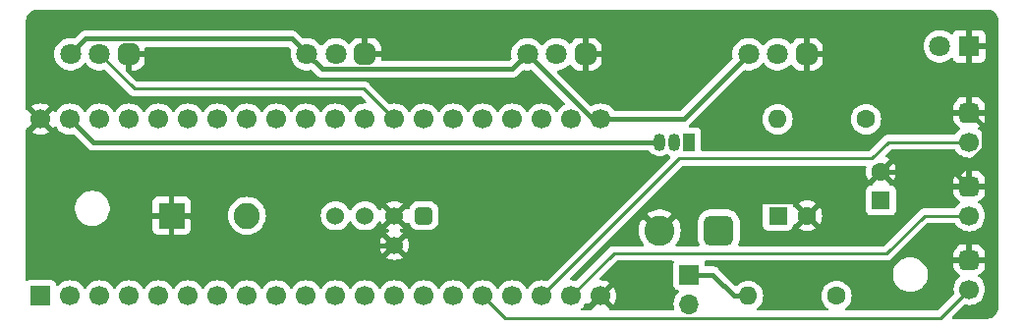
<source format=gbr>
%TF.GenerationSoftware,KiCad,Pcbnew,7.0.10*%
%TF.CreationDate,2024-01-28T18:06:39+01:00*%
%TF.ProjectId,daisy_01,64616973-795f-4303-912e-6b696361645f,rev?*%
%TF.SameCoordinates,Original*%
%TF.FileFunction,Copper,L1,Top*%
%TF.FilePolarity,Positive*%
%FSLAX46Y46*%
G04 Gerber Fmt 4.6, Leading zero omitted, Abs format (unit mm)*
G04 Created by KiCad (PCBNEW 7.0.10) date 2024-01-28 18:06:39*
%MOMM*%
%LPD*%
G01*
G04 APERTURE LIST*
G04 Aperture macros list*
%AMRoundRect*
0 Rectangle with rounded corners*
0 $1 Rounding radius*
0 $2 $3 $4 $5 $6 $7 $8 $9 X,Y pos of 4 corners*
0 Add a 4 corners polygon primitive as box body*
4,1,4,$2,$3,$4,$5,$6,$7,$8,$9,$2,$3,0*
0 Add four circle primitives for the rounded corners*
1,1,$1+$1,$2,$3*
1,1,$1+$1,$4,$5*
1,1,$1+$1,$6,$7*
1,1,$1+$1,$8,$9*
0 Add four rect primitives between the rounded corners*
20,1,$1+$1,$2,$3,$4,$5,0*
20,1,$1+$1,$4,$5,$6,$7,0*
20,1,$1+$1,$6,$7,$8,$9,0*
20,1,$1+$1,$8,$9,$2,$3,0*%
G04 Aperture macros list end*
%TA.AperFunction,ComponentPad*%
%ADD10RoundRect,0.381000X0.381000X0.381000X-0.381000X0.381000X-0.381000X-0.381000X0.381000X-0.381000X0*%
%TD*%
%TA.AperFunction,ComponentPad*%
%ADD11C,1.524000*%
%TD*%
%TA.AperFunction,ComponentPad*%
%ADD12R,2.250000X2.250000*%
%TD*%
%TA.AperFunction,ComponentPad*%
%ADD13C,2.250000*%
%TD*%
%TA.AperFunction,ComponentPad*%
%ADD14RoundRect,0.450000X0.450000X-0.450000X0.450000X0.450000X-0.450000X0.450000X-0.450000X-0.450000X0*%
%TD*%
%TA.AperFunction,ComponentPad*%
%ADD15C,1.800000*%
%TD*%
%TA.AperFunction,ComponentPad*%
%ADD16R,1.600000X1.600000*%
%TD*%
%TA.AperFunction,ComponentPad*%
%ADD17C,1.600000*%
%TD*%
%TA.AperFunction,ComponentPad*%
%ADD18R,1.800000X1.800000*%
%TD*%
%TA.AperFunction,ComponentPad*%
%ADD19R,1.700000X1.700000*%
%TD*%
%TA.AperFunction,ComponentPad*%
%ADD20C,1.700000*%
%TD*%
%TA.AperFunction,ComponentPad*%
%ADD21RoundRect,0.650000X0.650000X0.650000X-0.650000X0.650000X-0.650000X-0.650000X0.650000X-0.650000X0*%
%TD*%
%TA.AperFunction,ComponentPad*%
%ADD22C,2.600000*%
%TD*%
%TA.AperFunction,ComponentPad*%
%ADD23O,1.700000X1.700000*%
%TD*%
%TA.AperFunction,ComponentPad*%
%ADD24RoundRect,0.425000X-0.425000X0.425000X-0.425000X-0.425000X0.425000X-0.425000X0.425000X0.425000X0*%
%TD*%
%TA.AperFunction,ComponentPad*%
%ADD25R,1.050000X1.500000*%
%TD*%
%TA.AperFunction,ComponentPad*%
%ADD26O,1.050000X1.500000*%
%TD*%
%TA.AperFunction,ComponentPad*%
%ADD27O,1.600000X1.600000*%
%TD*%
%TA.AperFunction,Conductor*%
%ADD28C,0.400000*%
%TD*%
%TA.AperFunction,Conductor*%
%ADD29C,0.250000*%
%TD*%
G04 APERTURE END LIST*
D10*
%TO.P,SW2,A,A*%
%TO.N,Net-(U1-A0{slash}D15)*%
X137160000Y-121920000D03*
D11*
%TO.P,SW2,B,B*%
%TO.N,Net-(U1-A1{slash}D16)*%
X132080000Y-121920000D03*
%TO.P,SW2,C,C*%
%TO.N,GND*%
X134620000Y-121920000D03*
%TO.P,SW2,S1,S1*%
X134620000Y-124460000D03*
%TO.P,SW2,S2,S2*%
%TO.N,Net-(U1-A2{slash}D17)*%
X129540000Y-121920000D03*
%TD*%
D12*
%TO.P,SW3,1,1*%
%TO.N,GND*%
X115420000Y-121920000D03*
D13*
%TO.P,SW3,2,2*%
%TO.N,Net-(U1-D9)*%
X121920000Y-121920000D03*
%TD*%
D14*
%TO.P,RV2,1,1*%
%TO.N,GND*%
X151090000Y-107995000D03*
D15*
%TO.P,RV2,2,2*%
%TO.N,Net-(U1-A4{slash}D19)*%
X148590000Y-107995000D03*
%TO.P,RV2,3,3*%
%TO.N,/A_PWR3.3*%
X146090000Y-107995000D03*
%TD*%
D16*
%TO.P,C1,1*%
%TO.N,+9V*%
X176530000Y-120610000D03*
D17*
%TO.P,C1,2*%
%TO.N,GND*%
X176530000Y-118110000D03*
%TD*%
D14*
%TO.P,RV3,1,1*%
%TO.N,GND*%
X132080000Y-107995000D03*
D15*
%TO.P,RV3,2,2*%
%TO.N,Net-(U1-A5{slash}D20)*%
X129580000Y-107995000D03*
%TO.P,RV3,3,3*%
%TO.N,/A_PWR3.3*%
X127080000Y-107995000D03*
%TD*%
D18*
%TO.P,D1,1,K*%
%TO.N,GND*%
X184150000Y-107315000D03*
D15*
%TO.P,D1,2,A*%
%TO.N,Net-(D1-A)*%
X181610000Y-107315000D03*
%TD*%
D19*
%TO.P,U1,1,D0*%
%TO.N,unconnected-(U1-D0-Pad1)*%
X104140000Y-128844400D03*
D20*
%TO.P,U1,2,D1*%
%TO.N,unconnected-(U1-D1-Pad2)*%
X106680000Y-128844400D03*
%TO.P,U1,3,D2*%
%TO.N,unconnected-(U1-D2-Pad3)*%
X109220000Y-128844400D03*
%TO.P,U1,4,D3*%
%TO.N,unconnected-(U1-D3-Pad4)*%
X111760000Y-128844400D03*
%TO.P,U1,5,D4*%
%TO.N,unconnected-(U1-D4-Pad5)*%
X114300000Y-128844400D03*
%TO.P,U1,6,D5*%
%TO.N,unconnected-(U1-D5-Pad6)*%
X116840000Y-128844400D03*
%TO.P,U1,7,D6*%
%TO.N,unconnected-(U1-D6-Pad7)*%
X119380000Y-128844400D03*
%TO.P,U1,8,D7*%
%TO.N,unconnected-(U1-D7-Pad8)*%
X121920000Y-128844400D03*
%TO.P,U1,9,D8*%
%TO.N,unconnected-(U1-D8-Pad9)*%
X124460000Y-128844400D03*
%TO.P,U1,10,D9*%
%TO.N,Net-(U1-D9)*%
X127000000Y-128844400D03*
%TO.P,U1,11,D10*%
%TO.N,unconnected-(U1-D10-Pad11)*%
X129540000Y-128844400D03*
%TO.P,U1,12,D11*%
%TO.N,unconnected-(U1-D11-Pad12)*%
X132080000Y-128844400D03*
%TO.P,U1,13,D12*%
%TO.N,unconnected-(U1-D12-Pad13)*%
X134620000Y-128844400D03*
%TO.P,U1,14,D13*%
%TO.N,unconnected-(U1-D13-Pad14)*%
X137160000Y-128844400D03*
%TO.P,U1,15,D14*%
%TO.N,unconnected-(U1-D14-Pad15)*%
X139700000Y-128844400D03*
%TO.P,U1,16,Audio_In_1*%
%TO.N,Net-(J1-PadT)*%
X142240000Y-128844400D03*
%TO.P,U1,17,Audio_In_1*%
%TO.N,unconnected-(U1-Audio_In_1-Pad17)*%
X144780000Y-128844400D03*
%TO.P,U1,18,Audio_Out_1*%
%TO.N,Net-(U1-Audio_Out_1)*%
X147320000Y-128844400D03*
%TO.P,U1,19,Audio_Out_2*%
%TO.N,Net-(U1-Audio_Out_2)*%
X149860000Y-128844400D03*
%TO.P,U1,20,AGND*%
%TO.N,GND*%
X152400000Y-128844400D03*
%TO.P,U1,21,3V3_ANALOG*%
%TO.N,/A_PWR3.3*%
X152400000Y-113604400D03*
%TO.P,U1,22,A0/D15*%
%TO.N,Net-(U1-A0{slash}D15)*%
X149860000Y-113604400D03*
%TO.P,U1,23,A1/D16*%
%TO.N,Net-(U1-A1{slash}D16)*%
X147320000Y-113604400D03*
%TO.P,U1,24,A2/D17*%
%TO.N,Net-(U1-A2{slash}D17)*%
X144780000Y-113604400D03*
%TO.P,U1,25,A3/D18*%
%TO.N,Net-(U1-A3{slash}D18)*%
X142240000Y-113604400D03*
%TO.P,U1,26,A4/D19*%
%TO.N,Net-(U1-A4{slash}D19)*%
X139700000Y-113604400D03*
%TO.P,U1,27,A5/D20*%
%TO.N,Net-(U1-A5{slash}D20)*%
X137160000Y-113604400D03*
%TO.P,U1,28,A5/D21*%
%TO.N,Net-(U1-A5{slash}D21)*%
X134620000Y-113604400D03*
%TO.P,U1,29,A7/D22*%
%TO.N,unconnected-(U1-A7{slash}D22-Pad29)*%
X132080000Y-113604400D03*
%TO.P,U1,30,A8/D23*%
%TO.N,unconnected-(U1-A8{slash}D23-Pad30)*%
X129540000Y-113604400D03*
%TO.P,U1,31,A9/D24*%
%TO.N,unconnected-(U1-A9{slash}D24-Pad31)*%
X127000000Y-113604400D03*
%TO.P,U1,32,A10/D25*%
%TO.N,unconnected-(U1-A10{slash}D25-Pad32)*%
X124460000Y-113604400D03*
%TO.P,U1,33,D26*%
%TO.N,unconnected-(U1-D26-Pad33)*%
X121920000Y-113604400D03*
%TO.P,U1,34,D27*%
%TO.N,unconnected-(U1-D27-Pad34)*%
X119380000Y-113604400D03*
%TO.P,U1,35,A11/D28*%
%TO.N,unconnected-(U1-A11{slash}D28-Pad35)*%
X116840000Y-113604400D03*
%TO.P,U1,36,D29*%
%TO.N,unconnected-(U1-D29-Pad36)*%
X114300000Y-113604400D03*
%TO.P,U1,37,D30*%
%TO.N,unconnected-(U1-D30-Pad37)*%
X111760000Y-113604400D03*
%TO.P,U1,38,3V3_DIGITAL*%
%TO.N,unconnected-(U1-3V3_DIGITAL-Pad38)*%
X109220000Y-113604400D03*
%TO.P,U1,39,VIN*%
%TO.N,+9V*%
X106680000Y-113604400D03*
%TO.P,U1,40,DGND*%
%TO.N,GND*%
X104140000Y-113604400D03*
%TD*%
D14*
%TO.P,RV1,1,1*%
%TO.N,GND*%
X170140000Y-107995000D03*
D15*
%TO.P,RV1,2,2*%
%TO.N,Net-(U1-A3{slash}D18)*%
X167640000Y-107995000D03*
%TO.P,RV1,3,3*%
%TO.N,/A_PWR3.3*%
X165140000Y-107995000D03*
%TD*%
D21*
%TO.P,SW1,1,A*%
%TO.N,Net-(BT1--)*%
X162560000Y-123190000D03*
D22*
%TO.P,SW1,2,B*%
%TO.N,GND*%
X157480000Y-123190000D03*
%TD*%
D16*
%TO.P,C2,1*%
%TO.N,Net-(Q1-B)*%
X167680000Y-121920000D03*
D17*
%TO.P,C2,2*%
%TO.N,GND*%
X170180000Y-121920000D03*
%TD*%
D19*
%TO.P,BT1,1,+*%
%TO.N,+9V*%
X160020000Y-127000000D03*
D23*
%TO.P,BT1,2,-*%
%TO.N,Net-(BT1--)*%
X160020000Y-129540000D03*
%TD*%
D14*
%TO.P,RV4,1,1*%
%TO.N,GND*%
X111720000Y-107995000D03*
D15*
%TO.P,RV4,2,2*%
%TO.N,Net-(U1-A5{slash}D21)*%
X109220000Y-107995000D03*
%TO.P,RV4,3,3*%
%TO.N,/A_PWR3.3*%
X106720000Y-107995000D03*
%TD*%
D24*
%TO.P,J3,S*%
%TO.N,GND*%
X184150000Y-119380000D03*
D20*
%TO.P,J3,T*%
%TO.N,Net-(U1-Audio_Out_2)*%
X184150000Y-121920000D03*
%TD*%
D25*
%TO.P,Q1,1,E*%
%TO.N,Net-(Q1-E)*%
X160020000Y-115570000D03*
D26*
%TO.P,Q1,2,B*%
%TO.N,Net-(Q1-B)*%
X158750000Y-115570000D03*
%TO.P,Q1,3,C*%
%TO.N,+9V*%
X157480000Y-115570000D03*
%TD*%
D24*
%TO.P,J1,S*%
%TO.N,GND*%
X184150000Y-125730000D03*
D20*
%TO.P,J1,T*%
%TO.N,Net-(J1-PadT)*%
X184150000Y-128270000D03*
%TD*%
D17*
%TO.P,R2,1*%
%TO.N,Net-(Q1-B)*%
X172720000Y-128844400D03*
D27*
%TO.P,R2,2*%
%TO.N,+9V*%
X165100000Y-128844400D03*
%TD*%
D17*
%TO.P,R1,1*%
%TO.N,Net-(D1-A)*%
X175260000Y-113604400D03*
D27*
%TO.P,R1,2*%
%TO.N,Net-(Q1-E)*%
X167640000Y-113604400D03*
%TD*%
D24*
%TO.P,J2,S*%
%TO.N,GND*%
X184150000Y-113030000D03*
D20*
%TO.P,J2,T*%
%TO.N,Net-(U1-Audio_Out_1)*%
X184150000Y-115570000D03*
%TD*%
D28*
%TO.N,/A_PWR3.3*%
X146090000Y-107995000D02*
X144786400Y-109298600D01*
X159530600Y-113604400D02*
X165140000Y-107995000D01*
X127080000Y-107995000D02*
X125754400Y-106669400D01*
X151699400Y-113604400D02*
X152400000Y-113604400D01*
X108045600Y-106669400D02*
X106720000Y-107995000D01*
X152400000Y-113604400D02*
X159530600Y-113604400D01*
X146090000Y-107995000D02*
X151699400Y-113604400D01*
X125754400Y-106669400D02*
X108045600Y-106669400D01*
X128383600Y-109298600D02*
X127080000Y-107995000D01*
X144786400Y-109298600D02*
X128383600Y-109298600D01*
%TO.N,+9V*%
X163898100Y-128844400D02*
X162053700Y-127000000D01*
X165100000Y-128844400D02*
X163898100Y-128844400D01*
X108645600Y-115570000D02*
X157480000Y-115570000D01*
X106680000Y-113604400D02*
X108645600Y-115570000D01*
X162053700Y-127000000D02*
X160020000Y-127000000D01*
%TO.N,GND*%
X168978100Y-120718100D02*
X170180000Y-121920000D01*
X159951900Y-120718100D02*
X168978100Y-120718100D01*
X184150000Y-113030000D02*
X185407400Y-114287400D01*
X182880000Y-118110000D02*
X183140900Y-118370800D01*
X185407400Y-114287400D02*
X185407400Y-116104300D01*
X185407400Y-116104300D02*
X183140900Y-118370800D01*
X134620000Y-124460000D02*
X119486900Y-124460000D01*
X183140900Y-118370800D02*
X184150000Y-119380000D01*
X115420000Y-121920000D02*
X116946900Y-121920000D01*
X176530000Y-118110000D02*
X182880000Y-118110000D01*
X119486900Y-124460000D02*
X116946900Y-121920000D01*
X157480000Y-123190000D02*
X159951900Y-120718100D01*
D29*
%TO.N,Net-(J1-PadT)*%
X181675000Y-130745000D02*
X184150000Y-128270000D01*
X144140600Y-130745000D02*
X181675000Y-130745000D01*
X142240000Y-128844400D02*
X144140600Y-130745000D01*
%TO.N,Net-(U1-Audio_Out_1)*%
X147320000Y-128844400D02*
X159179800Y-116984600D01*
X175774600Y-116984600D02*
X177189200Y-115570000D01*
X177189200Y-115570000D02*
X184150000Y-115570000D01*
X159179800Y-116984600D02*
X175774600Y-116984600D01*
%TO.N,Net-(U1-Audio_Out_2)*%
X180288400Y-121920000D02*
X184150000Y-121920000D01*
X177033800Y-125174600D02*
X180288400Y-121920000D01*
X153529800Y-125174600D02*
X177033800Y-125174600D01*
X149860000Y-128844400D02*
X153529800Y-125174600D01*
%TO.N,Net-(U1-A5{slash}D21)*%
X112213100Y-110988100D02*
X109220000Y-107995000D01*
X134620000Y-113604400D02*
X132003700Y-110988100D01*
X132003700Y-110988100D02*
X112213100Y-110988100D01*
%TD*%
%TA.AperFunction,Conductor*%
%TO.N,GND*%
G36*
X185696061Y-104140597D02*
G01*
X185872941Y-104158018D01*
X185896769Y-104162757D01*
X186061001Y-104212576D01*
X186083453Y-104221877D01*
X186234798Y-104302772D01*
X186255010Y-104316277D01*
X186387666Y-104425145D01*
X186404854Y-104442333D01*
X186513722Y-104574989D01*
X186527227Y-104595201D01*
X186608121Y-104746543D01*
X186617424Y-104769001D01*
X186667240Y-104933224D01*
X186671982Y-104957065D01*
X186689403Y-105133938D01*
X186690000Y-105146092D01*
X186690000Y-129803907D01*
X186689403Y-129816061D01*
X186671982Y-129992934D01*
X186667240Y-130016775D01*
X186617424Y-130180998D01*
X186608121Y-130203456D01*
X186527227Y-130354798D01*
X186513722Y-130375010D01*
X186404854Y-130507666D01*
X186387666Y-130524854D01*
X186255010Y-130633722D01*
X186234798Y-130647227D01*
X186083456Y-130728121D01*
X186060998Y-130737424D01*
X185896775Y-130787240D01*
X185872934Y-130791982D01*
X185696061Y-130809403D01*
X185683907Y-130810000D01*
X182793951Y-130810000D01*
X182726912Y-130790315D01*
X182681157Y-130737511D01*
X182671213Y-130668353D01*
X182700238Y-130604797D01*
X182706270Y-130598319D01*
X183188820Y-130115769D01*
X183694353Y-129610235D01*
X183755674Y-129576752D01*
X183814125Y-129578143D01*
X183848780Y-129587428D01*
X183914592Y-129605063D01*
X184102918Y-129621539D01*
X184149999Y-129625659D01*
X184150000Y-129625659D01*
X184150001Y-129625659D01*
X184189234Y-129622226D01*
X184385408Y-129605063D01*
X184613663Y-129543903D01*
X184827830Y-129444035D01*
X185021401Y-129308495D01*
X185188495Y-129141401D01*
X185324035Y-128947830D01*
X185423903Y-128733663D01*
X185485063Y-128505408D01*
X185505659Y-128270000D01*
X185485063Y-128034592D01*
X185423903Y-127806337D01*
X185324035Y-127592171D01*
X185309188Y-127570966D01*
X185188494Y-127398597D01*
X185021402Y-127231506D01*
X185021401Y-127231505D01*
X184970725Y-127196021D01*
X184927101Y-127141445D01*
X184919909Y-127071946D01*
X184951431Y-127009592D01*
X184985556Y-126983962D01*
X185081565Y-126935044D01*
X185081566Y-126935043D01*
X185232675Y-126812675D01*
X185355042Y-126661567D01*
X185443317Y-126488315D01*
X185493644Y-126300497D01*
X185499999Y-126219743D01*
X185500000Y-126219730D01*
X185500000Y-125980000D01*
X184583686Y-125980000D01*
X184609493Y-125939844D01*
X184650000Y-125801889D01*
X184650000Y-125658111D01*
X184609493Y-125520156D01*
X184583686Y-125480000D01*
X185500000Y-125480000D01*
X185500000Y-125240269D01*
X185499999Y-125240256D01*
X185493644Y-125159502D01*
X185443317Y-124971684D01*
X185355042Y-124798432D01*
X185232675Y-124647324D01*
X185081567Y-124524957D01*
X184908315Y-124436682D01*
X184720497Y-124386355D01*
X184639743Y-124380000D01*
X184400000Y-124380000D01*
X184400000Y-125294498D01*
X184292315Y-125245320D01*
X184185763Y-125230000D01*
X184114237Y-125230000D01*
X184007685Y-125245320D01*
X183900000Y-125294498D01*
X183900000Y-124380000D01*
X183660256Y-124380000D01*
X183579502Y-124386355D01*
X183391684Y-124436682D01*
X183218432Y-124524957D01*
X183067324Y-124647324D01*
X182944957Y-124798432D01*
X182856682Y-124971684D01*
X182806355Y-125159502D01*
X182800000Y-125240256D01*
X182800000Y-125480000D01*
X183716314Y-125480000D01*
X183690507Y-125520156D01*
X183650000Y-125658111D01*
X183650000Y-125801889D01*
X183690507Y-125939844D01*
X183716314Y-125980000D01*
X182800000Y-125980000D01*
X182800000Y-126219743D01*
X182806355Y-126300497D01*
X182856682Y-126488315D01*
X182944957Y-126661567D01*
X183067324Y-126812675D01*
X183218433Y-126935043D01*
X183218435Y-126935044D01*
X183314443Y-126983962D01*
X183365239Y-127031936D01*
X183382035Y-127099757D01*
X183359498Y-127165892D01*
X183329274Y-127196021D01*
X183278595Y-127231507D01*
X183111505Y-127398597D01*
X182975965Y-127592169D01*
X182975964Y-127592171D01*
X182908514Y-127736819D01*
X182876299Y-127805905D01*
X182876098Y-127806335D01*
X182876094Y-127806344D01*
X182814938Y-128034586D01*
X182814936Y-128034596D01*
X182794341Y-128269999D01*
X182794341Y-128270000D01*
X182814936Y-128505403D01*
X182814938Y-128505413D01*
X182841856Y-128605872D01*
X182840193Y-128675722D01*
X182809762Y-128725646D01*
X181452228Y-130083181D01*
X181390905Y-130116666D01*
X181364547Y-130119500D01*
X173559600Y-130119500D01*
X173492561Y-130099815D01*
X173446806Y-130047011D01*
X173436862Y-129977853D01*
X173465887Y-129914297D01*
X173488477Y-129893925D01*
X173516089Y-129874589D01*
X173559139Y-129844447D01*
X173720047Y-129683539D01*
X173850568Y-129497134D01*
X173946739Y-129290896D01*
X174005635Y-129071092D01*
X174025468Y-128844400D01*
X174005635Y-128617708D01*
X173946739Y-128397904D01*
X173850568Y-128191666D01*
X173720047Y-128005261D01*
X173720045Y-128005258D01*
X173559141Y-127844354D01*
X173372734Y-127713832D01*
X173372732Y-127713831D01*
X173166497Y-127617661D01*
X173166488Y-127617658D01*
X172946697Y-127558766D01*
X172946693Y-127558765D01*
X172946692Y-127558765D01*
X172946691Y-127558764D01*
X172946686Y-127558764D01*
X172720002Y-127538932D01*
X172719998Y-127538932D01*
X172493313Y-127558764D01*
X172493302Y-127558766D01*
X172273511Y-127617658D01*
X172273502Y-127617661D01*
X172067267Y-127713831D01*
X172067265Y-127713832D01*
X171880858Y-127844354D01*
X171719954Y-128005258D01*
X171589432Y-128191665D01*
X171589431Y-128191667D01*
X171493261Y-128397902D01*
X171493258Y-128397911D01*
X171434366Y-128617702D01*
X171434364Y-128617713D01*
X171414532Y-128844398D01*
X171414532Y-128844401D01*
X171434364Y-129071086D01*
X171434366Y-129071097D01*
X171493258Y-129290888D01*
X171493261Y-129290897D01*
X171589431Y-129497132D01*
X171589432Y-129497134D01*
X171719954Y-129683541D01*
X171880858Y-129844445D01*
X171951523Y-129893925D01*
X171995148Y-129948502D01*
X172002342Y-130018000D01*
X171970819Y-130080355D01*
X171910590Y-130115769D01*
X171880400Y-130119500D01*
X165939600Y-130119500D01*
X165872561Y-130099815D01*
X165826806Y-130047011D01*
X165816862Y-129977853D01*
X165845887Y-129914297D01*
X165868477Y-129893925D01*
X165896089Y-129874589D01*
X165939139Y-129844447D01*
X166100047Y-129683539D01*
X166230568Y-129497134D01*
X166326739Y-129290896D01*
X166385635Y-129071092D01*
X166405468Y-128844400D01*
X166385635Y-128617708D01*
X166326739Y-128397904D01*
X166230568Y-128191666D01*
X166100047Y-128005261D01*
X166100045Y-128005258D01*
X165939141Y-127844354D01*
X165752734Y-127713832D01*
X165752732Y-127713831D01*
X165546497Y-127617661D01*
X165546488Y-127617658D01*
X165326697Y-127558766D01*
X165326693Y-127558765D01*
X165326692Y-127558765D01*
X165326691Y-127558764D01*
X165326686Y-127558764D01*
X165100002Y-127538932D01*
X165099998Y-127538932D01*
X164873313Y-127558764D01*
X164873302Y-127558766D01*
X164653511Y-127617658D01*
X164653502Y-127617661D01*
X164447267Y-127713831D01*
X164447265Y-127713832D01*
X164260862Y-127844351D01*
X164162465Y-127942748D01*
X164101142Y-127976232D01*
X164031450Y-127971248D01*
X163987103Y-127942747D01*
X163321416Y-127277060D01*
X163168691Y-127124335D01*
X177569500Y-127124335D01*
X177581462Y-127196021D01*
X177610429Y-127369616D01*
X177691169Y-127604802D01*
X177691172Y-127604811D01*
X177809524Y-127823506D01*
X177809526Y-127823509D01*
X177962262Y-128019744D01*
X178041113Y-128092331D01*
X178145217Y-128188166D01*
X178353393Y-128324173D01*
X178581118Y-128424063D01*
X178822175Y-128485107D01*
X178822179Y-128485108D01*
X178822181Y-128485108D01*
X178822186Y-128485109D01*
X178975589Y-128497819D01*
X179007933Y-128500500D01*
X179007937Y-128500500D01*
X179132063Y-128500500D01*
X179132067Y-128500500D01*
X179194677Y-128495311D01*
X179317813Y-128485109D01*
X179317816Y-128485108D01*
X179317821Y-128485108D01*
X179558881Y-128424063D01*
X179786607Y-128324173D01*
X179994785Y-128188164D01*
X180177738Y-128019744D01*
X180330474Y-127823509D01*
X180448828Y-127604810D01*
X180529571Y-127369614D01*
X180570500Y-127124335D01*
X180570500Y-126875665D01*
X180529571Y-126630386D01*
X180448828Y-126395190D01*
X180330474Y-126176491D01*
X180177738Y-125980256D01*
X179994785Y-125811836D01*
X179994782Y-125811833D01*
X179786606Y-125675826D01*
X179558881Y-125575936D01*
X179317824Y-125514892D01*
X179317813Y-125514890D01*
X179132077Y-125499500D01*
X179132067Y-125499500D01*
X179007933Y-125499500D01*
X179007922Y-125499500D01*
X178822186Y-125514890D01*
X178822175Y-125514892D01*
X178581118Y-125575936D01*
X178353393Y-125675826D01*
X178145217Y-125811833D01*
X177962261Y-125980257D01*
X177809524Y-126176493D01*
X177691172Y-126395188D01*
X177691169Y-126395197D01*
X177610429Y-126630383D01*
X177580011Y-126812675D01*
X177569500Y-126875665D01*
X177569500Y-127124335D01*
X163168691Y-127124335D01*
X162566640Y-126522283D01*
X162561505Y-126516828D01*
X162521629Y-126471816D01*
X162521624Y-126471812D01*
X162472138Y-126437655D01*
X162466103Y-126433215D01*
X162418760Y-126396124D01*
X162418755Y-126396120D01*
X162409513Y-126391961D01*
X162389966Y-126380936D01*
X162381631Y-126375183D01*
X162381632Y-126375183D01*
X162381630Y-126375182D01*
X162325394Y-126353854D01*
X162318490Y-126350994D01*
X162263632Y-126326305D01*
X162263630Y-126326304D01*
X162253646Y-126324474D01*
X162232043Y-126318451D01*
X162222574Y-126314860D01*
X162222571Y-126314859D01*
X162162871Y-126307610D01*
X162155470Y-126306483D01*
X162096309Y-126295642D01*
X162096303Y-126295642D01*
X162036267Y-126299274D01*
X162028779Y-126299500D01*
X161494499Y-126299500D01*
X161427460Y-126279815D01*
X161381705Y-126227011D01*
X161370499Y-126175500D01*
X161370499Y-126102129D01*
X161370498Y-126102123D01*
X161370497Y-126102116D01*
X161364091Y-126042517D01*
X161340870Y-125980257D01*
X161336087Y-125967433D01*
X161331103Y-125897741D01*
X161364588Y-125836418D01*
X161425912Y-125802934D01*
X161452269Y-125800100D01*
X176951057Y-125800100D01*
X176966677Y-125801824D01*
X176966704Y-125801539D01*
X176974460Y-125802271D01*
X176974467Y-125802273D01*
X177041673Y-125800161D01*
X177045568Y-125800100D01*
X177073146Y-125800100D01*
X177073150Y-125800100D01*
X177077124Y-125799597D01*
X177088763Y-125798680D01*
X177132427Y-125797309D01*
X177151669Y-125791717D01*
X177170712Y-125787774D01*
X177190592Y-125785264D01*
X177231201Y-125769185D01*
X177242244Y-125765403D01*
X177284190Y-125753218D01*
X177301429Y-125743022D01*
X177318903Y-125734462D01*
X177337527Y-125727088D01*
X177337527Y-125727087D01*
X177337532Y-125727086D01*
X177372883Y-125701400D01*
X177382614Y-125695008D01*
X177420220Y-125672770D01*
X177434389Y-125658599D01*
X177449179Y-125645968D01*
X177465387Y-125634194D01*
X177493238Y-125600526D01*
X177501079Y-125591909D01*
X180511172Y-122581819D01*
X180572495Y-122548334D01*
X180598853Y-122545500D01*
X182874773Y-122545500D01*
X182941812Y-122565185D01*
X182976348Y-122598377D01*
X183111500Y-122791395D01*
X183111505Y-122791401D01*
X183278599Y-122958495D01*
X183336482Y-122999025D01*
X183472165Y-123094032D01*
X183472167Y-123094033D01*
X183472170Y-123094035D01*
X183686337Y-123193903D01*
X183914592Y-123255063D01*
X184102918Y-123271539D01*
X184149999Y-123275659D01*
X184150000Y-123275659D01*
X184150001Y-123275659D01*
X184189234Y-123272226D01*
X184385408Y-123255063D01*
X184613663Y-123193903D01*
X184827830Y-123094035D01*
X185021401Y-122958495D01*
X185188495Y-122791401D01*
X185324035Y-122597830D01*
X185423903Y-122383663D01*
X185485063Y-122155408D01*
X185505659Y-121920000D01*
X185485063Y-121684592D01*
X185432000Y-121486554D01*
X185423905Y-121456344D01*
X185423904Y-121456343D01*
X185423903Y-121456337D01*
X185324035Y-121242171D01*
X185323652Y-121241623D01*
X185188494Y-121048597D01*
X185021402Y-120881506D01*
X185021401Y-120881505D01*
X184970725Y-120846021D01*
X184927101Y-120791445D01*
X184919909Y-120721946D01*
X184951431Y-120659592D01*
X184985556Y-120633962D01*
X185081565Y-120585044D01*
X185081566Y-120585043D01*
X185232675Y-120462675D01*
X185355042Y-120311567D01*
X185443317Y-120138315D01*
X185493644Y-119950497D01*
X185499999Y-119869743D01*
X185500000Y-119869730D01*
X185500000Y-119630000D01*
X184583686Y-119630000D01*
X184609493Y-119589844D01*
X184650000Y-119451889D01*
X184650000Y-119308111D01*
X184609493Y-119170156D01*
X184583686Y-119130000D01*
X185500000Y-119130000D01*
X185500000Y-118890269D01*
X185499999Y-118890256D01*
X185493644Y-118809502D01*
X185443317Y-118621684D01*
X185355042Y-118448432D01*
X185232675Y-118297324D01*
X185081567Y-118174957D01*
X184908315Y-118086682D01*
X184720497Y-118036355D01*
X184639743Y-118030000D01*
X184400000Y-118030000D01*
X184400000Y-118944498D01*
X184292315Y-118895320D01*
X184185763Y-118880000D01*
X184114237Y-118880000D01*
X184007685Y-118895320D01*
X183900000Y-118944498D01*
X183900000Y-118030000D01*
X183660256Y-118030000D01*
X183579502Y-118036355D01*
X183391684Y-118086682D01*
X183218432Y-118174957D01*
X183067324Y-118297324D01*
X182944957Y-118448432D01*
X182856682Y-118621684D01*
X182806355Y-118809502D01*
X182800000Y-118890256D01*
X182800000Y-119130000D01*
X183716314Y-119130000D01*
X183690507Y-119170156D01*
X183650000Y-119308111D01*
X183650000Y-119451889D01*
X183690507Y-119589844D01*
X183716314Y-119630000D01*
X182800000Y-119630000D01*
X182800000Y-119869743D01*
X182806355Y-119950497D01*
X182856682Y-120138315D01*
X182944957Y-120311567D01*
X183067324Y-120462675D01*
X183218433Y-120585043D01*
X183218435Y-120585044D01*
X183314443Y-120633962D01*
X183365239Y-120681936D01*
X183382035Y-120749757D01*
X183359498Y-120815892D01*
X183329274Y-120846021D01*
X183278595Y-120881507D01*
X183111505Y-121048597D01*
X182976348Y-121241623D01*
X182921771Y-121285248D01*
X182874773Y-121294500D01*
X180371137Y-121294500D01*
X180355520Y-121292776D01*
X180355493Y-121293062D01*
X180347731Y-121292327D01*
X180280544Y-121294439D01*
X180276650Y-121294500D01*
X180249050Y-121294500D01*
X180245362Y-121294965D01*
X180245049Y-121295005D01*
X180233431Y-121295918D01*
X180189772Y-121297290D01*
X180189769Y-121297291D01*
X180170526Y-121302881D01*
X180151483Y-121306825D01*
X180131604Y-121309336D01*
X180131603Y-121309337D01*
X180090993Y-121325415D01*
X180079948Y-121329197D01*
X180038008Y-121341383D01*
X180038004Y-121341385D01*
X180020765Y-121351580D01*
X180003298Y-121360137D01*
X179984669Y-121367512D01*
X179984667Y-121367514D01*
X179949326Y-121393189D01*
X179939568Y-121399599D01*
X179901980Y-121421828D01*
X179887808Y-121436000D01*
X179873023Y-121448628D01*
X179860286Y-121457883D01*
X179856812Y-121460407D01*
X179828971Y-121494059D01*
X179821111Y-121502696D01*
X176811028Y-124512781D01*
X176749705Y-124546266D01*
X176723347Y-124549100D01*
X164344863Y-124549100D01*
X164277824Y-124529415D01*
X164232069Y-124476611D01*
X164222125Y-124407453D01*
X164231429Y-124375014D01*
X164287188Y-124248731D01*
X164305532Y-124207185D01*
X164317764Y-124155180D01*
X164354347Y-123999640D01*
X164354347Y-123999636D01*
X164354349Y-123999630D01*
X164360500Y-123911012D01*
X164360500Y-122767870D01*
X166379500Y-122767870D01*
X166379501Y-122767876D01*
X166385908Y-122827483D01*
X166436202Y-122962328D01*
X166436206Y-122962335D01*
X166522452Y-123077544D01*
X166522455Y-123077547D01*
X166637664Y-123163793D01*
X166637671Y-123163797D01*
X166772517Y-123214091D01*
X166772516Y-123214091D01*
X166779444Y-123214835D01*
X166832127Y-123220500D01*
X168527872Y-123220499D01*
X168587483Y-123214091D01*
X168722331Y-123163796D01*
X168837546Y-123077546D01*
X168923796Y-122962331D01*
X168974091Y-122827483D01*
X168980500Y-122767873D01*
X168980499Y-122767845D01*
X168980678Y-122764547D01*
X168982183Y-122764627D01*
X169000112Y-122703326D01*
X169052868Y-122657514D01*
X169096465Y-122649981D01*
X169782046Y-121964400D01*
X169794835Y-122045148D01*
X169852359Y-122158045D01*
X169941955Y-122247641D01*
X170054852Y-122305165D01*
X170135599Y-122317953D01*
X169454526Y-122999025D01*
X169527513Y-123050132D01*
X169527521Y-123050136D01*
X169733668Y-123146264D01*
X169733682Y-123146269D01*
X169953389Y-123205139D01*
X169953400Y-123205141D01*
X170179998Y-123224966D01*
X170180002Y-123224966D01*
X170406599Y-123205141D01*
X170406610Y-123205139D01*
X170626317Y-123146269D01*
X170626331Y-123146264D01*
X170832478Y-123050136D01*
X170905471Y-122999024D01*
X170224400Y-122317953D01*
X170305148Y-122305165D01*
X170418045Y-122247641D01*
X170507641Y-122158045D01*
X170565165Y-122045148D01*
X170577953Y-121964400D01*
X171259024Y-122645471D01*
X171310136Y-122572478D01*
X171406264Y-122366331D01*
X171406269Y-122366317D01*
X171465139Y-122146610D01*
X171465141Y-122146599D01*
X171484966Y-121920002D01*
X171484966Y-121919997D01*
X171465141Y-121693400D01*
X171465139Y-121693389D01*
X171406269Y-121473682D01*
X171406264Y-121473668D01*
X171310136Y-121267521D01*
X171310132Y-121267513D01*
X171259025Y-121194526D01*
X170577953Y-121875598D01*
X170565165Y-121794852D01*
X170507641Y-121681955D01*
X170418045Y-121592359D01*
X170305148Y-121534835D01*
X170224401Y-121522046D01*
X170905472Y-120840974D01*
X170832478Y-120789863D01*
X170626331Y-120693735D01*
X170626317Y-120693730D01*
X170406610Y-120634860D01*
X170406599Y-120634858D01*
X170180002Y-120615034D01*
X170179998Y-120615034D01*
X169953400Y-120634858D01*
X169953389Y-120634860D01*
X169733682Y-120693730D01*
X169733673Y-120693734D01*
X169527516Y-120789866D01*
X169527512Y-120789868D01*
X169454526Y-120840973D01*
X169454526Y-120840974D01*
X170135599Y-121522046D01*
X170054852Y-121534835D01*
X169941955Y-121592359D01*
X169852359Y-121681955D01*
X169794835Y-121794852D01*
X169782046Y-121875598D01*
X169095799Y-121189351D01*
X169046805Y-121179505D01*
X168996622Y-121130889D01*
X168981981Y-121075366D01*
X168980900Y-121075423D01*
X168980854Y-121075429D01*
X168980853Y-121075426D01*
X168980676Y-121075436D01*
X168980499Y-121072135D01*
X168980499Y-121072128D01*
X168974091Y-121012517D01*
X168955101Y-120961603D01*
X168923797Y-120877671D01*
X168923793Y-120877664D01*
X168837547Y-120762455D01*
X168837544Y-120762452D01*
X168722335Y-120676206D01*
X168722328Y-120676202D01*
X168587482Y-120625908D01*
X168587483Y-120625908D01*
X168527883Y-120619501D01*
X168527881Y-120619500D01*
X168527873Y-120619500D01*
X168527864Y-120619500D01*
X166832129Y-120619500D01*
X166832123Y-120619501D01*
X166772516Y-120625908D01*
X166637671Y-120676202D01*
X166637664Y-120676206D01*
X166522455Y-120762452D01*
X166522452Y-120762455D01*
X166436206Y-120877664D01*
X166436202Y-120877671D01*
X166385908Y-121012517D01*
X166380647Y-121061456D01*
X166379501Y-121072123D01*
X166379500Y-121072135D01*
X166379500Y-122767870D01*
X164360500Y-122767870D01*
X164360500Y-122468988D01*
X164354349Y-122380370D01*
X164354347Y-122380364D01*
X164354347Y-122380359D01*
X164305534Y-122172823D01*
X164305532Y-122172817D01*
X164305532Y-122172815D01*
X164219409Y-121977763D01*
X164098911Y-121801858D01*
X164098906Y-121801852D01*
X163948147Y-121651093D01*
X163948141Y-121651088D01*
X163807375Y-121554661D01*
X163772237Y-121530591D01*
X163577185Y-121444468D01*
X163577183Y-121444467D01*
X163577182Y-121444467D01*
X163577176Y-121444465D01*
X163369640Y-121395652D01*
X163369624Y-121395650D01*
X163281016Y-121389500D01*
X163281012Y-121389500D01*
X161838988Y-121389500D01*
X161838984Y-121389500D01*
X161750375Y-121395650D01*
X161750359Y-121395652D01*
X161542823Y-121444465D01*
X161542817Y-121444467D01*
X161502329Y-121462344D01*
X161377453Y-121517482D01*
X161347761Y-121530592D01*
X161171858Y-121651088D01*
X161171852Y-121651093D01*
X161021093Y-121801852D01*
X161021088Y-121801858D01*
X160900592Y-121977761D01*
X160814467Y-122172817D01*
X160814465Y-122172823D01*
X160765652Y-122380359D01*
X160765650Y-122380375D01*
X160759500Y-122468984D01*
X160759500Y-123911015D01*
X160765650Y-123999624D01*
X160765652Y-123999640D01*
X160814465Y-124207176D01*
X160814470Y-124207191D01*
X160888571Y-124375014D01*
X160897643Y-124444292D01*
X160867819Y-124507477D01*
X160808570Y-124544508D01*
X160775137Y-124549100D01*
X158955928Y-124549100D01*
X158888889Y-124529415D01*
X158843134Y-124476611D01*
X158833190Y-124407453D01*
X158858981Y-124347787D01*
X158971399Y-124206818D01*
X159106290Y-123973181D01*
X159204851Y-123722052D01*
X159204857Y-123722033D01*
X159264886Y-123459028D01*
X159264886Y-123459026D01*
X159285047Y-123190004D01*
X159285047Y-123189995D01*
X159264886Y-122920973D01*
X159264886Y-122920971D01*
X159204857Y-122657966D01*
X159204851Y-122657947D01*
X159106290Y-122406818D01*
X159106291Y-122406818D01*
X158971397Y-122173177D01*
X158917704Y-122105847D01*
X158082546Y-122941004D01*
X158072812Y-122911044D01*
X157984814Y-122772381D01*
X157865097Y-122659960D01*
X157730489Y-122585958D01*
X158565150Y-121751296D01*
X158382517Y-121626779D01*
X158382516Y-121626778D01*
X158139460Y-121509730D01*
X158139462Y-121509730D01*
X157881662Y-121430209D01*
X157881656Y-121430207D01*
X157614898Y-121390000D01*
X157345101Y-121390000D01*
X157078343Y-121430207D01*
X157078337Y-121430209D01*
X156820538Y-121509730D01*
X156577485Y-121626778D01*
X156577476Y-121626783D01*
X156394848Y-121751296D01*
X157232465Y-122588913D01*
X157164371Y-122615874D01*
X157031508Y-122712405D01*
X156926825Y-122838945D01*
X156878368Y-122941921D01*
X156042295Y-122105848D01*
X155988600Y-122173180D01*
X155853709Y-122406818D01*
X155755148Y-122657947D01*
X155755142Y-122657966D01*
X155695113Y-122920971D01*
X155695113Y-122920973D01*
X155674953Y-123189995D01*
X155674953Y-123190004D01*
X155695113Y-123459026D01*
X155695113Y-123459028D01*
X155755142Y-123722033D01*
X155755148Y-123722052D01*
X155853709Y-123973181D01*
X155853708Y-123973181D01*
X155988600Y-124206818D01*
X156101019Y-124347787D01*
X156127427Y-124412474D01*
X156114672Y-124481169D01*
X156066801Y-124532063D01*
X156004072Y-124549100D01*
X153612543Y-124549100D01*
X153596922Y-124547375D01*
X153596896Y-124547661D01*
X153589134Y-124546927D01*
X153589133Y-124546927D01*
X153526909Y-124548882D01*
X153521927Y-124549039D01*
X153518032Y-124549100D01*
X153490447Y-124549100D01*
X153486461Y-124549603D01*
X153474833Y-124550518D01*
X153431173Y-124551890D01*
X153411929Y-124557481D01*
X153392879Y-124561425D01*
X153373011Y-124563934D01*
X153373010Y-124563934D01*
X153332399Y-124580013D01*
X153321354Y-124583794D01*
X153279414Y-124595979D01*
X153279410Y-124595981D01*
X153262166Y-124606179D01*
X153244705Y-124614733D01*
X153226074Y-124622110D01*
X153226062Y-124622117D01*
X153190733Y-124647785D01*
X153180973Y-124654196D01*
X153143380Y-124676429D01*
X153129214Y-124690595D01*
X153114424Y-124703227D01*
X153098214Y-124715004D01*
X153098211Y-124715007D01*
X153070373Y-124748658D01*
X153062511Y-124757297D01*
X150315646Y-127504161D01*
X150254323Y-127537646D01*
X150195873Y-127536255D01*
X150095408Y-127509337D01*
X149860001Y-127488741D01*
X149859610Y-127488741D01*
X149859444Y-127488692D01*
X149854606Y-127488269D01*
X149854691Y-127487296D01*
X149792571Y-127469056D01*
X149746816Y-127416252D01*
X149736872Y-127347094D01*
X149765897Y-127283538D01*
X149771929Y-127277060D01*
X152077306Y-124971684D01*
X159402572Y-117646419D01*
X159463895Y-117612934D01*
X159490253Y-117610100D01*
X175156488Y-117610100D01*
X175223527Y-117629785D01*
X175269282Y-117682589D01*
X175279226Y-117751747D01*
X175276263Y-117766193D01*
X175244860Y-117883389D01*
X175244858Y-117883400D01*
X175225034Y-118109997D01*
X175225034Y-118110002D01*
X175244858Y-118336599D01*
X175244860Y-118336610D01*
X175303730Y-118556317D01*
X175303735Y-118556331D01*
X175399863Y-118762478D01*
X175450974Y-118835472D01*
X176132046Y-118154399D01*
X176144835Y-118235148D01*
X176202359Y-118348045D01*
X176291955Y-118437641D01*
X176404852Y-118495165D01*
X176485599Y-118507953D01*
X175799352Y-119194199D01*
X175789506Y-119243194D01*
X175740890Y-119293377D01*
X175685367Y-119308049D01*
X175685423Y-119309099D01*
X175685429Y-119309146D01*
X175685426Y-119309146D01*
X175685436Y-119309324D01*
X175682123Y-119309501D01*
X175622516Y-119315908D01*
X175487671Y-119366202D01*
X175487664Y-119366206D01*
X175372455Y-119452452D01*
X175372452Y-119452455D01*
X175286206Y-119567664D01*
X175286202Y-119567671D01*
X175235908Y-119702517D01*
X175229501Y-119762116D01*
X175229501Y-119762123D01*
X175229500Y-119762135D01*
X175229500Y-121457870D01*
X175229501Y-121457876D01*
X175235908Y-121517483D01*
X175286202Y-121652328D01*
X175286206Y-121652335D01*
X175372452Y-121767544D01*
X175372455Y-121767547D01*
X175487664Y-121853793D01*
X175487671Y-121853797D01*
X175622517Y-121904091D01*
X175622516Y-121904091D01*
X175629444Y-121904835D01*
X175682127Y-121910500D01*
X177377872Y-121910499D01*
X177437483Y-121904091D01*
X177572331Y-121853796D01*
X177687546Y-121767546D01*
X177773796Y-121652331D01*
X177824091Y-121517483D01*
X177830500Y-121457873D01*
X177830499Y-119762128D01*
X177824091Y-119702517D01*
X177773796Y-119567669D01*
X177773795Y-119567668D01*
X177773793Y-119567664D01*
X177687547Y-119452455D01*
X177687544Y-119452452D01*
X177572335Y-119366206D01*
X177572328Y-119366202D01*
X177437482Y-119315908D01*
X177437483Y-119315908D01*
X177377883Y-119309501D01*
X177377881Y-119309500D01*
X177377873Y-119309500D01*
X177377864Y-119309500D01*
X177374548Y-119309322D01*
X177374627Y-119307847D01*
X177313215Y-119289815D01*
X177267460Y-119237011D01*
X177259969Y-119193522D01*
X176574400Y-118507953D01*
X176655148Y-118495165D01*
X176768045Y-118437641D01*
X176857641Y-118348045D01*
X176915165Y-118235148D01*
X176927953Y-118154400D01*
X177609024Y-118835471D01*
X177660136Y-118762478D01*
X177756264Y-118556331D01*
X177756269Y-118556317D01*
X177815139Y-118336610D01*
X177815141Y-118336599D01*
X177834966Y-118110002D01*
X177834966Y-118109997D01*
X177815141Y-117883400D01*
X177815139Y-117883389D01*
X177756269Y-117663682D01*
X177756264Y-117663668D01*
X177660136Y-117457521D01*
X177660132Y-117457513D01*
X177609025Y-117384526D01*
X176927953Y-118065598D01*
X176915165Y-117984852D01*
X176857641Y-117871955D01*
X176768045Y-117782359D01*
X176655148Y-117724835D01*
X176574399Y-117712046D01*
X177255472Y-117030974D01*
X177182478Y-116979863D01*
X176989330Y-116889797D01*
X176936890Y-116843625D01*
X176917738Y-116776431D01*
X176937954Y-116709550D01*
X176954037Y-116689752D01*
X177411973Y-116231816D01*
X177473294Y-116198334D01*
X177499652Y-116195500D01*
X182874773Y-116195500D01*
X182941812Y-116215185D01*
X182976348Y-116248377D01*
X183111500Y-116441395D01*
X183111505Y-116441401D01*
X183278599Y-116608495D01*
X183375384Y-116676265D01*
X183472165Y-116744032D01*
X183472167Y-116744033D01*
X183472170Y-116744035D01*
X183686337Y-116843903D01*
X183914592Y-116905063D01*
X184102918Y-116921539D01*
X184149999Y-116925659D01*
X184150000Y-116925659D01*
X184150001Y-116925659D01*
X184189234Y-116922226D01*
X184385408Y-116905063D01*
X184613663Y-116843903D01*
X184827830Y-116744035D01*
X185021401Y-116608495D01*
X185188495Y-116441401D01*
X185324035Y-116247830D01*
X185423903Y-116033663D01*
X185485063Y-115805408D01*
X185505659Y-115570000D01*
X185485063Y-115334592D01*
X185423903Y-115106337D01*
X185324035Y-114892171D01*
X185323652Y-114891623D01*
X185188494Y-114698597D01*
X185021402Y-114531506D01*
X185021401Y-114531505D01*
X184970725Y-114496021D01*
X184927101Y-114441445D01*
X184919909Y-114371946D01*
X184951431Y-114309592D01*
X184985556Y-114283962D01*
X185081565Y-114235044D01*
X185081566Y-114235043D01*
X185232675Y-114112675D01*
X185355042Y-113961567D01*
X185443317Y-113788315D01*
X185493644Y-113600497D01*
X185499999Y-113519743D01*
X185500000Y-113519730D01*
X185500000Y-113280000D01*
X184583686Y-113280000D01*
X184609493Y-113239844D01*
X184650000Y-113101889D01*
X184650000Y-112958111D01*
X184609493Y-112820156D01*
X184583686Y-112780000D01*
X185500000Y-112780000D01*
X185500000Y-112540269D01*
X185499999Y-112540256D01*
X185493644Y-112459502D01*
X185443317Y-112271684D01*
X185355042Y-112098432D01*
X185232675Y-111947324D01*
X185081567Y-111824957D01*
X184908315Y-111736682D01*
X184720497Y-111686355D01*
X184639743Y-111680000D01*
X184400000Y-111680000D01*
X184400000Y-112594498D01*
X184292315Y-112545320D01*
X184185763Y-112530000D01*
X184114237Y-112530000D01*
X184007685Y-112545320D01*
X183900000Y-112594498D01*
X183900000Y-111680000D01*
X183660256Y-111680000D01*
X183579502Y-111686355D01*
X183391684Y-111736682D01*
X183218432Y-111824957D01*
X183067324Y-111947324D01*
X182944957Y-112098432D01*
X182856682Y-112271684D01*
X182806355Y-112459502D01*
X182800000Y-112540256D01*
X182800000Y-112780000D01*
X183716314Y-112780000D01*
X183690507Y-112820156D01*
X183650000Y-112958111D01*
X183650000Y-113101889D01*
X183690507Y-113239844D01*
X183716314Y-113280000D01*
X182800000Y-113280000D01*
X182800000Y-113519743D01*
X182806355Y-113600497D01*
X182856682Y-113788315D01*
X182944957Y-113961567D01*
X183067324Y-114112675D01*
X183218433Y-114235043D01*
X183218435Y-114235044D01*
X183314443Y-114283962D01*
X183365239Y-114331936D01*
X183382035Y-114399757D01*
X183359498Y-114465892D01*
X183329274Y-114496021D01*
X183278595Y-114531507D01*
X183111505Y-114698597D01*
X182976348Y-114891623D01*
X182921771Y-114935248D01*
X182874773Y-114944500D01*
X177271943Y-114944500D01*
X177256322Y-114942775D01*
X177256295Y-114943061D01*
X177248533Y-114942326D01*
X177181313Y-114944439D01*
X177177419Y-114944500D01*
X177149850Y-114944500D01*
X177145873Y-114945002D01*
X177134242Y-114945917D01*
X177090574Y-114947289D01*
X177090568Y-114947290D01*
X177071326Y-114952880D01*
X177052287Y-114956823D01*
X177032417Y-114959334D01*
X177032400Y-114959338D01*
X176991796Y-114975413D01*
X176980755Y-114979194D01*
X176938806Y-114991383D01*
X176938804Y-114991384D01*
X176921558Y-115001583D01*
X176904093Y-115010139D01*
X176898210Y-115012468D01*
X176885466Y-115017514D01*
X176850134Y-115043183D01*
X176840378Y-115049592D01*
X176802780Y-115071828D01*
X176788608Y-115086000D01*
X176773823Y-115098628D01*
X176757612Y-115110407D01*
X176729771Y-115144059D01*
X176721911Y-115152696D01*
X175551828Y-116322781D01*
X175490505Y-116356266D01*
X175464147Y-116359100D01*
X161169500Y-116359100D01*
X161102461Y-116339415D01*
X161056706Y-116286611D01*
X161045500Y-116235100D01*
X161045499Y-114772129D01*
X161045498Y-114772123D01*
X161045055Y-114768004D01*
X161039091Y-114712517D01*
X161033899Y-114698597D01*
X160988797Y-114577671D01*
X160988793Y-114577664D01*
X160902547Y-114462455D01*
X160902544Y-114462452D01*
X160787335Y-114376206D01*
X160787328Y-114376202D01*
X160652482Y-114325908D01*
X160652483Y-114325908D01*
X160592883Y-114319501D01*
X160592881Y-114319500D01*
X160592873Y-114319500D01*
X160592865Y-114319500D01*
X160108450Y-114319500D01*
X160041411Y-114299815D01*
X159995656Y-114247011D01*
X159985712Y-114177853D01*
X160014737Y-114114297D01*
X160015551Y-114113368D01*
X160038421Y-114087552D01*
X160043524Y-114082131D01*
X160521254Y-113604401D01*
X166334532Y-113604401D01*
X166354364Y-113831086D01*
X166354366Y-113831097D01*
X166413258Y-114050888D01*
X166413261Y-114050897D01*
X166509431Y-114257132D01*
X166509432Y-114257134D01*
X166639954Y-114443541D01*
X166800858Y-114604445D01*
X166800861Y-114604447D01*
X166987266Y-114734968D01*
X167193504Y-114831139D01*
X167413308Y-114890035D01*
X167575230Y-114904201D01*
X167639998Y-114909868D01*
X167640000Y-114909868D01*
X167640002Y-114909868D01*
X167696673Y-114904909D01*
X167866692Y-114890035D01*
X168086496Y-114831139D01*
X168292734Y-114734968D01*
X168479139Y-114604447D01*
X168640047Y-114443539D01*
X168770568Y-114257134D01*
X168866739Y-114050896D01*
X168925635Y-113831092D01*
X168945468Y-113604401D01*
X173954532Y-113604401D01*
X173974364Y-113831086D01*
X173974366Y-113831097D01*
X174033258Y-114050888D01*
X174033261Y-114050897D01*
X174129431Y-114257132D01*
X174129432Y-114257134D01*
X174259954Y-114443541D01*
X174420858Y-114604445D01*
X174420861Y-114604447D01*
X174607266Y-114734968D01*
X174813504Y-114831139D01*
X175033308Y-114890035D01*
X175195230Y-114904201D01*
X175259998Y-114909868D01*
X175260000Y-114909868D01*
X175260002Y-114909868D01*
X175316673Y-114904909D01*
X175486692Y-114890035D01*
X175706496Y-114831139D01*
X175912734Y-114734968D01*
X176099139Y-114604447D01*
X176260047Y-114443539D01*
X176390568Y-114257134D01*
X176486739Y-114050896D01*
X176545635Y-113831092D01*
X176565468Y-113604400D01*
X176545635Y-113377708D01*
X176486739Y-113157904D01*
X176390568Y-112951666D01*
X176260047Y-112765261D01*
X176260045Y-112765258D01*
X176099141Y-112604354D01*
X175912734Y-112473832D01*
X175912732Y-112473831D01*
X175706497Y-112377661D01*
X175706488Y-112377658D01*
X175486697Y-112318766D01*
X175486693Y-112318765D01*
X175486692Y-112318765D01*
X175486691Y-112318764D01*
X175486686Y-112318764D01*
X175260002Y-112298932D01*
X175259998Y-112298932D01*
X175033313Y-112318764D01*
X175033302Y-112318766D01*
X174813511Y-112377658D01*
X174813502Y-112377661D01*
X174607267Y-112473831D01*
X174607265Y-112473832D01*
X174420858Y-112604354D01*
X174259954Y-112765258D01*
X174129432Y-112951665D01*
X174129431Y-112951667D01*
X174033261Y-113157902D01*
X174033258Y-113157911D01*
X173974366Y-113377702D01*
X173974364Y-113377713D01*
X173954532Y-113604398D01*
X173954532Y-113604401D01*
X168945468Y-113604401D01*
X168945468Y-113604400D01*
X168925635Y-113377708D01*
X168866739Y-113157904D01*
X168770568Y-112951666D01*
X168640047Y-112765261D01*
X168640045Y-112765258D01*
X168479141Y-112604354D01*
X168292734Y-112473832D01*
X168292732Y-112473831D01*
X168086497Y-112377661D01*
X168086488Y-112377658D01*
X167866697Y-112318766D01*
X167866693Y-112318765D01*
X167866692Y-112318765D01*
X167866691Y-112318764D01*
X167866686Y-112318764D01*
X167640002Y-112298932D01*
X167639998Y-112298932D01*
X167413313Y-112318764D01*
X167413302Y-112318766D01*
X167193511Y-112377658D01*
X167193502Y-112377661D01*
X166987267Y-112473831D01*
X166987265Y-112473832D01*
X166800858Y-112604354D01*
X166639954Y-112765258D01*
X166509432Y-112951665D01*
X166509431Y-112951667D01*
X166413261Y-113157902D01*
X166413258Y-113157911D01*
X166354366Y-113377702D01*
X166354364Y-113377713D01*
X166334532Y-113604398D01*
X166334532Y-113604401D01*
X160521254Y-113604401D01*
X164727038Y-109398616D01*
X164788359Y-109365133D01*
X164835122Y-109363990D01*
X165023951Y-109395500D01*
X165023952Y-109395500D01*
X165256048Y-109395500D01*
X165256049Y-109395500D01*
X165484981Y-109357298D01*
X165704503Y-109281936D01*
X165908626Y-109171470D01*
X166091784Y-109028913D01*
X166248979Y-108858153D01*
X166286191Y-108801196D01*
X166339337Y-108755839D01*
X166408569Y-108746415D01*
X166471904Y-108775917D01*
X166493809Y-108801196D01*
X166531016Y-108858147D01*
X166531019Y-108858151D01*
X166531021Y-108858153D01*
X166688216Y-109028913D01*
X166688219Y-109028915D01*
X166688222Y-109028918D01*
X166871365Y-109171464D01*
X166871371Y-109171468D01*
X166871374Y-109171470D01*
X167075497Y-109281936D01*
X167154472Y-109309048D01*
X167295015Y-109357297D01*
X167295017Y-109357297D01*
X167295019Y-109357298D01*
X167523951Y-109395500D01*
X167523952Y-109395500D01*
X167756048Y-109395500D01*
X167756049Y-109395500D01*
X167984981Y-109357298D01*
X168204503Y-109281936D01*
X168408626Y-109171470D01*
X168591784Y-109028913D01*
X168683762Y-108928996D01*
X168743647Y-108893007D01*
X168813485Y-108895106D01*
X168871102Y-108934630D01*
X168884898Y-108955566D01*
X168892684Y-108970470D01*
X168892686Y-108970473D01*
X169014784Y-109120215D01*
X169164525Y-109242313D01*
X169335784Y-109331771D01*
X169521538Y-109384920D01*
X169521541Y-109384921D01*
X169634903Y-109394999D01*
X169889999Y-109394999D01*
X169890000Y-109394998D01*
X169890000Y-108430501D01*
X169997685Y-108479680D01*
X170104237Y-108495000D01*
X170175763Y-108495000D01*
X170282315Y-108479680D01*
X170390000Y-108430501D01*
X170390000Y-109394999D01*
X170645092Y-109394999D01*
X170645098Y-109394998D01*
X170758460Y-109384921D01*
X170944215Y-109331771D01*
X171115474Y-109242313D01*
X171265215Y-109120215D01*
X171387313Y-108970474D01*
X171476771Y-108799215D01*
X171529920Y-108613461D01*
X171529921Y-108613458D01*
X171539999Y-108500097D01*
X171540000Y-108500095D01*
X171540000Y-108245000D01*
X170573686Y-108245000D01*
X170599493Y-108204844D01*
X170640000Y-108066889D01*
X170640000Y-107923111D01*
X170599493Y-107785156D01*
X170573686Y-107745000D01*
X171539999Y-107745000D01*
X171539999Y-107489907D01*
X171539998Y-107489901D01*
X171529921Y-107376539D01*
X171512315Y-107315006D01*
X180204700Y-107315006D01*
X180223864Y-107546297D01*
X180223866Y-107546308D01*
X180280842Y-107771300D01*
X180374075Y-107983848D01*
X180501016Y-108178147D01*
X180501019Y-108178151D01*
X180501021Y-108178153D01*
X180658216Y-108348913D01*
X180658219Y-108348915D01*
X180658222Y-108348918D01*
X180841365Y-108491464D01*
X180841371Y-108491468D01*
X180841374Y-108491470D01*
X181045497Y-108601936D01*
X181159487Y-108641068D01*
X181265015Y-108677297D01*
X181265017Y-108677297D01*
X181265019Y-108677298D01*
X181493951Y-108715500D01*
X181493952Y-108715500D01*
X181726048Y-108715500D01*
X181726049Y-108715500D01*
X181954981Y-108677298D01*
X182174503Y-108601936D01*
X182378626Y-108491470D01*
X182561784Y-108348913D01*
X182570511Y-108339432D01*
X182630394Y-108303441D01*
X182700232Y-108305538D01*
X182757850Y-108345060D01*
X182777924Y-108380080D01*
X182806645Y-108457086D01*
X182806649Y-108457093D01*
X182892809Y-108572187D01*
X182892812Y-108572190D01*
X183007906Y-108658350D01*
X183007913Y-108658354D01*
X183142620Y-108708596D01*
X183142627Y-108708598D01*
X183202155Y-108714999D01*
X183202172Y-108715000D01*
X183900000Y-108715000D01*
X183900000Y-107689189D01*
X183952547Y-107725016D01*
X184082173Y-107765000D01*
X184183724Y-107765000D01*
X184284138Y-107749865D01*
X184400000Y-107694068D01*
X184400000Y-108715000D01*
X185097828Y-108715000D01*
X185097844Y-108714999D01*
X185157372Y-108708598D01*
X185157379Y-108708596D01*
X185292086Y-108658354D01*
X185292093Y-108658350D01*
X185407187Y-108572190D01*
X185407190Y-108572187D01*
X185493350Y-108457093D01*
X185493354Y-108457086D01*
X185543596Y-108322379D01*
X185543598Y-108322372D01*
X185549999Y-108262844D01*
X185550000Y-108262827D01*
X185550000Y-107565000D01*
X184525278Y-107565000D01*
X184573625Y-107481260D01*
X184603810Y-107349008D01*
X184593673Y-107213735D01*
X184544113Y-107087459D01*
X184526203Y-107065000D01*
X185550000Y-107065000D01*
X185550000Y-106367172D01*
X185549999Y-106367155D01*
X185543598Y-106307627D01*
X185543596Y-106307620D01*
X185493354Y-106172913D01*
X185493350Y-106172906D01*
X185407190Y-106057812D01*
X185407187Y-106057809D01*
X185292093Y-105971649D01*
X185292086Y-105971645D01*
X185157379Y-105921403D01*
X185157372Y-105921401D01*
X185097844Y-105915000D01*
X184400000Y-105915000D01*
X184400000Y-106940810D01*
X184347453Y-106904984D01*
X184217827Y-106865000D01*
X184116276Y-106865000D01*
X184015862Y-106880135D01*
X183900000Y-106935931D01*
X183900000Y-105915000D01*
X183202155Y-105915000D01*
X183142627Y-105921401D01*
X183142620Y-105921403D01*
X183007913Y-105971645D01*
X183007906Y-105971649D01*
X182892812Y-106057809D01*
X182892809Y-106057812D01*
X182806649Y-106172906D01*
X182806646Y-106172911D01*
X182777924Y-106249920D01*
X182736052Y-106305853D01*
X182670588Y-106330270D01*
X182602315Y-106315418D01*
X182570514Y-106290571D01*
X182561784Y-106281087D01*
X182561779Y-106281083D01*
X182561777Y-106281081D01*
X182378634Y-106138535D01*
X182378628Y-106138531D01*
X182174504Y-106028064D01*
X182174495Y-106028061D01*
X181954984Y-105952702D01*
X181767404Y-105921401D01*
X181726049Y-105914500D01*
X181493951Y-105914500D01*
X181452596Y-105921401D01*
X181265015Y-105952702D01*
X181045504Y-106028061D01*
X181045495Y-106028064D01*
X180841371Y-106138531D01*
X180841365Y-106138535D01*
X180658222Y-106281081D01*
X180658219Y-106281084D01*
X180658216Y-106281086D01*
X180658216Y-106281087D01*
X180633791Y-106307620D01*
X180501016Y-106451852D01*
X180374075Y-106646151D01*
X180280842Y-106858699D01*
X180223866Y-107083691D01*
X180223864Y-107083702D01*
X180204700Y-107314993D01*
X180204700Y-107315006D01*
X171512315Y-107315006D01*
X171476771Y-107190784D01*
X171387313Y-107019525D01*
X171265215Y-106869784D01*
X171115474Y-106747686D01*
X170944215Y-106658228D01*
X170758461Y-106605079D01*
X170758458Y-106605078D01*
X170645097Y-106595000D01*
X170390000Y-106595000D01*
X170390000Y-107559498D01*
X170282315Y-107510320D01*
X170175763Y-107495000D01*
X170104237Y-107495000D01*
X169997685Y-107510320D01*
X169890000Y-107559498D01*
X169890000Y-106595000D01*
X169634907Y-106595000D01*
X169634901Y-106595001D01*
X169521539Y-106605078D01*
X169335784Y-106658228D01*
X169164525Y-106747686D01*
X169014784Y-106869784D01*
X168892686Y-107019526D01*
X168884897Y-107034436D01*
X168836408Y-107084741D01*
X168768420Y-107100845D01*
X168702518Y-107077635D01*
X168683765Y-107061006D01*
X168591784Y-106961087D01*
X168591779Y-106961083D01*
X168591777Y-106961081D01*
X168408634Y-106818535D01*
X168408628Y-106818531D01*
X168204504Y-106708064D01*
X168204495Y-106708061D01*
X167984984Y-106632702D01*
X167813282Y-106604050D01*
X167756049Y-106594500D01*
X167523951Y-106594500D01*
X167478164Y-106602140D01*
X167295015Y-106632702D01*
X167075504Y-106708061D01*
X167075495Y-106708064D01*
X166871371Y-106818531D01*
X166871365Y-106818535D01*
X166688222Y-106961081D01*
X166688219Y-106961084D01*
X166688216Y-106961086D01*
X166688216Y-106961087D01*
X166559561Y-107100845D01*
X166531015Y-107131854D01*
X166493808Y-107188804D01*
X166440662Y-107234161D01*
X166371430Y-107243584D01*
X166308095Y-107214082D01*
X166286192Y-107188804D01*
X166248984Y-107131854D01*
X166248982Y-107131852D01*
X166248979Y-107131847D01*
X166091784Y-106961087D01*
X166091779Y-106961083D01*
X166091777Y-106961081D01*
X165908634Y-106818535D01*
X165908628Y-106818531D01*
X165704504Y-106708064D01*
X165704495Y-106708061D01*
X165484984Y-106632702D01*
X165313282Y-106604050D01*
X165256049Y-106594500D01*
X165023951Y-106594500D01*
X164978164Y-106602140D01*
X164795015Y-106632702D01*
X164575504Y-106708061D01*
X164575495Y-106708064D01*
X164371371Y-106818531D01*
X164371365Y-106818535D01*
X164188222Y-106961081D01*
X164188219Y-106961084D01*
X164031016Y-107131852D01*
X163904075Y-107326151D01*
X163810842Y-107538699D01*
X163753866Y-107763691D01*
X163753864Y-107763702D01*
X163734700Y-107994993D01*
X163734700Y-107995006D01*
X163753865Y-108226301D01*
X163769743Y-108289003D01*
X163767117Y-108358824D01*
X163737218Y-108407124D01*
X159276762Y-112867581D01*
X159215439Y-112901066D01*
X159189081Y-112903900D01*
X153622711Y-112903900D01*
X153555672Y-112884215D01*
X153521136Y-112851023D01*
X153515536Y-112843026D01*
X153473099Y-112782418D01*
X153438494Y-112732997D01*
X153271402Y-112565906D01*
X153271395Y-112565901D01*
X153077834Y-112430367D01*
X153077830Y-112430365D01*
X152997898Y-112393092D01*
X152863663Y-112330497D01*
X152863659Y-112330496D01*
X152863655Y-112330494D01*
X152635413Y-112269338D01*
X152635403Y-112269336D01*
X152400001Y-112248741D01*
X152399999Y-112248741D01*
X152164596Y-112269336D01*
X152164586Y-112269338D01*
X151936344Y-112330494D01*
X151936335Y-112330497D01*
X151722168Y-112430366D01*
X151686150Y-112455586D01*
X151619944Y-112477913D01*
X151552176Y-112460901D01*
X151527347Y-112441691D01*
X148683657Y-109598000D01*
X148650172Y-109536677D01*
X148655156Y-109466985D01*
X148697028Y-109411052D01*
X148750925Y-109388011D01*
X148934981Y-109357298D01*
X149154503Y-109281936D01*
X149358626Y-109171470D01*
X149541784Y-109028913D01*
X149633762Y-108928996D01*
X149693647Y-108893007D01*
X149763485Y-108895106D01*
X149821102Y-108934630D01*
X149834898Y-108955566D01*
X149842684Y-108970470D01*
X149842686Y-108970473D01*
X149964784Y-109120215D01*
X150114525Y-109242313D01*
X150285784Y-109331771D01*
X150471538Y-109384920D01*
X150471541Y-109384921D01*
X150584903Y-109394999D01*
X150839999Y-109394999D01*
X150840000Y-109394998D01*
X150840000Y-108430501D01*
X150947685Y-108479680D01*
X151054237Y-108495000D01*
X151125763Y-108495000D01*
X151232315Y-108479680D01*
X151340000Y-108430501D01*
X151340000Y-109394999D01*
X151595092Y-109394999D01*
X151595098Y-109394998D01*
X151708460Y-109384921D01*
X151894215Y-109331771D01*
X152065474Y-109242313D01*
X152215215Y-109120215D01*
X152337313Y-108970474D01*
X152426771Y-108799215D01*
X152479920Y-108613461D01*
X152479921Y-108613458D01*
X152489999Y-108500097D01*
X152490000Y-108500095D01*
X152490000Y-108245000D01*
X151523686Y-108245000D01*
X151549493Y-108204844D01*
X151590000Y-108066889D01*
X151590000Y-107923111D01*
X151549493Y-107785156D01*
X151523686Y-107745000D01*
X152489999Y-107745000D01*
X152489999Y-107489907D01*
X152489998Y-107489901D01*
X152479921Y-107376539D01*
X152426771Y-107190784D01*
X152337313Y-107019525D01*
X152215215Y-106869784D01*
X152065474Y-106747686D01*
X151894215Y-106658228D01*
X151708461Y-106605079D01*
X151708458Y-106605078D01*
X151595097Y-106595000D01*
X151340000Y-106595000D01*
X151340000Y-107559498D01*
X151232315Y-107510320D01*
X151125763Y-107495000D01*
X151054237Y-107495000D01*
X150947685Y-107510320D01*
X150840000Y-107559498D01*
X150840000Y-106595000D01*
X150584907Y-106595000D01*
X150584901Y-106595001D01*
X150471539Y-106605078D01*
X150285784Y-106658228D01*
X150114525Y-106747686D01*
X149964784Y-106869784D01*
X149842686Y-107019526D01*
X149834897Y-107034436D01*
X149786408Y-107084741D01*
X149718420Y-107100845D01*
X149652518Y-107077635D01*
X149633765Y-107061006D01*
X149541784Y-106961087D01*
X149541779Y-106961083D01*
X149541777Y-106961081D01*
X149358634Y-106818535D01*
X149358628Y-106818531D01*
X149154504Y-106708064D01*
X149154495Y-106708061D01*
X148934984Y-106632702D01*
X148763282Y-106604050D01*
X148706049Y-106594500D01*
X148473951Y-106594500D01*
X148428164Y-106602140D01*
X148245015Y-106632702D01*
X148025504Y-106708061D01*
X148025495Y-106708064D01*
X147821371Y-106818531D01*
X147821365Y-106818535D01*
X147638222Y-106961081D01*
X147638219Y-106961084D01*
X147638216Y-106961086D01*
X147638216Y-106961087D01*
X147509561Y-107100845D01*
X147481015Y-107131854D01*
X147443808Y-107188804D01*
X147390662Y-107234161D01*
X147321430Y-107243584D01*
X147258095Y-107214082D01*
X147236192Y-107188804D01*
X147198984Y-107131854D01*
X147198982Y-107131852D01*
X147198979Y-107131847D01*
X147041784Y-106961087D01*
X147041779Y-106961083D01*
X147041777Y-106961081D01*
X146858634Y-106818535D01*
X146858628Y-106818531D01*
X146654504Y-106708064D01*
X146654495Y-106708061D01*
X146434984Y-106632702D01*
X146263282Y-106604050D01*
X146206049Y-106594500D01*
X145973951Y-106594500D01*
X145928164Y-106602140D01*
X145745015Y-106632702D01*
X145525504Y-106708061D01*
X145525495Y-106708064D01*
X145321371Y-106818531D01*
X145321365Y-106818535D01*
X145138222Y-106961081D01*
X145138219Y-106961084D01*
X144981016Y-107131852D01*
X144854075Y-107326151D01*
X144760842Y-107538699D01*
X144703866Y-107763691D01*
X144703864Y-107763702D01*
X144684700Y-107994993D01*
X144684700Y-107995006D01*
X144703865Y-108226301D01*
X144719743Y-108289002D01*
X144717118Y-108358822D01*
X144687218Y-108407123D01*
X144532560Y-108561782D01*
X144471240Y-108595266D01*
X144444881Y-108598100D01*
X133604000Y-108598100D01*
X133536961Y-108578415D01*
X133491206Y-108525611D01*
X133480000Y-108474100D01*
X133480000Y-108245000D01*
X132513686Y-108245000D01*
X132539493Y-108204844D01*
X132580000Y-108066889D01*
X132580000Y-107923111D01*
X132539493Y-107785156D01*
X132513686Y-107745000D01*
X133479999Y-107745000D01*
X133479999Y-107489907D01*
X133479998Y-107489901D01*
X133469921Y-107376539D01*
X133416771Y-107190784D01*
X133327313Y-107019525D01*
X133205215Y-106869784D01*
X133055474Y-106747686D01*
X132884215Y-106658228D01*
X132698461Y-106605079D01*
X132698458Y-106605078D01*
X132585097Y-106595000D01*
X132330000Y-106595000D01*
X132330000Y-107559498D01*
X132222315Y-107510320D01*
X132115763Y-107495000D01*
X132044237Y-107495000D01*
X131937685Y-107510320D01*
X131830000Y-107559498D01*
X131830000Y-106595000D01*
X131574907Y-106595000D01*
X131574901Y-106595001D01*
X131461539Y-106605078D01*
X131275784Y-106658228D01*
X131104525Y-106747686D01*
X130954784Y-106869784D01*
X130832686Y-107019526D01*
X130824897Y-107034436D01*
X130776408Y-107084741D01*
X130708420Y-107100845D01*
X130642518Y-107077635D01*
X130623765Y-107061006D01*
X130531784Y-106961087D01*
X130531779Y-106961083D01*
X130531777Y-106961081D01*
X130348634Y-106818535D01*
X130348628Y-106818531D01*
X130144504Y-106708064D01*
X130144495Y-106708061D01*
X129924984Y-106632702D01*
X129753282Y-106604050D01*
X129696049Y-106594500D01*
X129463951Y-106594500D01*
X129418164Y-106602140D01*
X129235015Y-106632702D01*
X129015504Y-106708061D01*
X129015495Y-106708064D01*
X128811371Y-106818531D01*
X128811365Y-106818535D01*
X128628222Y-106961081D01*
X128628219Y-106961084D01*
X128628216Y-106961086D01*
X128628216Y-106961087D01*
X128499561Y-107100845D01*
X128471015Y-107131854D01*
X128433808Y-107188804D01*
X128380662Y-107234161D01*
X128311430Y-107243584D01*
X128248095Y-107214082D01*
X128226192Y-107188804D01*
X128188984Y-107131854D01*
X128188982Y-107131852D01*
X128188979Y-107131847D01*
X128031784Y-106961087D01*
X128031779Y-106961083D01*
X128031777Y-106961081D01*
X127848634Y-106818535D01*
X127848628Y-106818531D01*
X127644504Y-106708064D01*
X127644495Y-106708061D01*
X127424984Y-106632702D01*
X127253282Y-106604050D01*
X127196049Y-106594500D01*
X126963951Y-106594500D01*
X126775127Y-106626008D01*
X126705762Y-106617626D01*
X126667037Y-106591380D01*
X126267340Y-106191683D01*
X126262205Y-106186228D01*
X126222329Y-106141216D01*
X126222324Y-106141212D01*
X126172838Y-106107055D01*
X126166803Y-106102615D01*
X126119460Y-106065524D01*
X126119455Y-106065520D01*
X126110213Y-106061361D01*
X126090666Y-106050336D01*
X126082331Y-106044583D01*
X126082332Y-106044583D01*
X126082330Y-106044582D01*
X126026094Y-106023254D01*
X126019190Y-106020394D01*
X125964332Y-105995705D01*
X125964330Y-105995704D01*
X125954346Y-105993874D01*
X125932743Y-105987851D01*
X125923274Y-105984260D01*
X125923271Y-105984259D01*
X125863571Y-105977010D01*
X125856170Y-105975883D01*
X125797009Y-105965042D01*
X125797003Y-105965042D01*
X125736967Y-105968674D01*
X125729479Y-105968900D01*
X108070509Y-105968900D01*
X108063022Y-105968674D01*
X108002996Y-105965043D01*
X108002989Y-105965043D01*
X107943843Y-105975881D01*
X107936443Y-105977008D01*
X107876725Y-105984260D01*
X107867242Y-105987856D01*
X107845638Y-105993878D01*
X107844135Y-105994154D01*
X107835665Y-105995706D01*
X107835663Y-105995707D01*
X107780834Y-106020383D01*
X107773919Y-106023248D01*
X107717668Y-106044582D01*
X107709324Y-106050342D01*
X107689783Y-106061364D01*
X107680541Y-106065523D01*
X107633203Y-106102610D01*
X107627173Y-106107047D01*
X107577672Y-106141216D01*
X107577664Y-106141223D01*
X107537776Y-106186246D01*
X107532644Y-106191698D01*
X107132962Y-106591380D01*
X107071639Y-106624865D01*
X107024872Y-106626008D01*
X106836049Y-106594500D01*
X106603951Y-106594500D01*
X106558164Y-106602140D01*
X106375015Y-106632702D01*
X106155504Y-106708061D01*
X106155495Y-106708064D01*
X105951371Y-106818531D01*
X105951365Y-106818535D01*
X105768222Y-106961081D01*
X105768219Y-106961084D01*
X105611016Y-107131852D01*
X105484075Y-107326151D01*
X105390842Y-107538699D01*
X105333866Y-107763691D01*
X105333864Y-107763702D01*
X105314700Y-107994993D01*
X105314700Y-107995006D01*
X105333864Y-108226297D01*
X105333866Y-108226308D01*
X105390842Y-108451300D01*
X105484075Y-108663848D01*
X105611016Y-108858147D01*
X105611019Y-108858151D01*
X105611021Y-108858153D01*
X105768216Y-109028913D01*
X105768219Y-109028915D01*
X105768222Y-109028918D01*
X105951365Y-109171464D01*
X105951371Y-109171468D01*
X105951374Y-109171470D01*
X106155497Y-109281936D01*
X106234472Y-109309048D01*
X106375015Y-109357297D01*
X106375017Y-109357297D01*
X106375019Y-109357298D01*
X106603951Y-109395500D01*
X106603952Y-109395500D01*
X106836048Y-109395500D01*
X106836049Y-109395500D01*
X107064981Y-109357298D01*
X107284503Y-109281936D01*
X107488626Y-109171470D01*
X107671784Y-109028913D01*
X107828979Y-108858153D01*
X107866191Y-108801196D01*
X107919337Y-108755839D01*
X107988569Y-108746415D01*
X108051904Y-108775917D01*
X108073809Y-108801196D01*
X108111016Y-108858147D01*
X108111019Y-108858151D01*
X108111021Y-108858153D01*
X108268216Y-109028913D01*
X108268219Y-109028915D01*
X108268222Y-109028918D01*
X108451365Y-109171464D01*
X108451371Y-109171468D01*
X108451374Y-109171470D01*
X108655497Y-109281936D01*
X108734472Y-109309048D01*
X108875015Y-109357297D01*
X108875017Y-109357297D01*
X108875019Y-109357298D01*
X109103951Y-109395500D01*
X109103952Y-109395500D01*
X109336048Y-109395500D01*
X109336049Y-109395500D01*
X109564981Y-109357298D01*
X109590576Y-109348510D01*
X109660371Y-109345359D01*
X109718520Y-109378110D01*
X111712294Y-111371884D01*
X111722119Y-111384148D01*
X111722340Y-111383966D01*
X111727310Y-111389974D01*
X111776339Y-111436015D01*
X111779136Y-111438726D01*
X111798630Y-111458220D01*
X111801795Y-111460675D01*
X111810671Y-111468256D01*
X111842518Y-111498162D01*
X111842522Y-111498164D01*
X111860073Y-111507813D01*
X111876331Y-111518492D01*
X111892164Y-111530774D01*
X111927510Y-111546068D01*
X111932255Y-111548122D01*
X111942735Y-111553255D01*
X111981008Y-111574297D01*
X112000412Y-111579279D01*
X112018810Y-111585578D01*
X112037205Y-111593538D01*
X112080354Y-111600371D01*
X112091780Y-111602738D01*
X112134081Y-111613600D01*
X112154116Y-111613600D01*
X112173513Y-111615126D01*
X112193296Y-111618260D01*
X112236775Y-111614150D01*
X112248444Y-111613600D01*
X131693248Y-111613600D01*
X131760287Y-111633285D01*
X131780929Y-111649919D01*
X132168069Y-112037060D01*
X132201554Y-112098383D01*
X132196570Y-112168075D01*
X132154698Y-112224008D01*
X132089234Y-112248425D01*
X132080388Y-112248741D01*
X132079999Y-112248741D01*
X131844596Y-112269336D01*
X131844586Y-112269338D01*
X131616344Y-112330494D01*
X131616335Y-112330498D01*
X131402171Y-112430364D01*
X131402169Y-112430365D01*
X131208597Y-112565905D01*
X131041505Y-112732997D01*
X130911575Y-112918558D01*
X130856998Y-112962183D01*
X130787500Y-112969377D01*
X130725145Y-112937854D01*
X130708425Y-112918558D01*
X130578494Y-112732997D01*
X130411402Y-112565906D01*
X130411395Y-112565901D01*
X130217834Y-112430367D01*
X130217830Y-112430365D01*
X130137898Y-112393092D01*
X130003663Y-112330497D01*
X130003659Y-112330496D01*
X130003655Y-112330494D01*
X129775413Y-112269338D01*
X129775403Y-112269336D01*
X129540001Y-112248741D01*
X129539999Y-112248741D01*
X129304596Y-112269336D01*
X129304586Y-112269338D01*
X129076344Y-112330494D01*
X129076335Y-112330498D01*
X128862171Y-112430364D01*
X128862169Y-112430365D01*
X128668597Y-112565905D01*
X128501505Y-112732997D01*
X128371575Y-112918558D01*
X128316998Y-112962183D01*
X128247500Y-112969377D01*
X128185145Y-112937854D01*
X128168425Y-112918558D01*
X128038494Y-112732997D01*
X127871402Y-112565906D01*
X127871395Y-112565901D01*
X127677834Y-112430367D01*
X127677830Y-112430365D01*
X127597898Y-112393092D01*
X127463663Y-112330497D01*
X127463659Y-112330496D01*
X127463655Y-112330494D01*
X127235413Y-112269338D01*
X127235403Y-112269336D01*
X127000001Y-112248741D01*
X126999999Y-112248741D01*
X126764596Y-112269336D01*
X126764586Y-112269338D01*
X126536344Y-112330494D01*
X126536335Y-112330498D01*
X126322171Y-112430364D01*
X126322169Y-112430365D01*
X126128597Y-112565905D01*
X125961505Y-112732997D01*
X125831575Y-112918558D01*
X125776998Y-112962183D01*
X125707500Y-112969377D01*
X125645145Y-112937854D01*
X125628425Y-112918558D01*
X125498494Y-112732997D01*
X125331402Y-112565906D01*
X125331395Y-112565901D01*
X125137834Y-112430367D01*
X125137830Y-112430365D01*
X125057898Y-112393092D01*
X124923663Y-112330497D01*
X124923659Y-112330496D01*
X124923655Y-112330494D01*
X124695413Y-112269338D01*
X124695403Y-112269336D01*
X124460001Y-112248741D01*
X124459999Y-112248741D01*
X124224596Y-112269336D01*
X124224586Y-112269338D01*
X123996344Y-112330494D01*
X123996335Y-112330498D01*
X123782171Y-112430364D01*
X123782169Y-112430365D01*
X123588597Y-112565905D01*
X123421505Y-112732997D01*
X123291575Y-112918558D01*
X123236998Y-112962183D01*
X123167500Y-112969377D01*
X123105145Y-112937854D01*
X123088425Y-112918558D01*
X122958494Y-112732997D01*
X122791402Y-112565906D01*
X122791395Y-112565901D01*
X122597834Y-112430367D01*
X122597830Y-112430365D01*
X122517898Y-112393092D01*
X122383663Y-112330497D01*
X122383659Y-112330496D01*
X122383655Y-112330494D01*
X122155413Y-112269338D01*
X122155403Y-112269336D01*
X121920001Y-112248741D01*
X121919999Y-112248741D01*
X121684596Y-112269336D01*
X121684586Y-112269338D01*
X121456344Y-112330494D01*
X121456335Y-112330498D01*
X121242171Y-112430364D01*
X121242169Y-112430365D01*
X121048597Y-112565905D01*
X120881505Y-112732997D01*
X120751575Y-112918558D01*
X120696998Y-112962183D01*
X120627500Y-112969377D01*
X120565145Y-112937854D01*
X120548425Y-112918558D01*
X120418494Y-112732997D01*
X120251402Y-112565906D01*
X120251395Y-112565901D01*
X120057834Y-112430367D01*
X120057830Y-112430365D01*
X119977898Y-112393092D01*
X119843663Y-112330497D01*
X119843659Y-112330496D01*
X119843655Y-112330494D01*
X119615413Y-112269338D01*
X119615403Y-112269336D01*
X119380001Y-112248741D01*
X119379999Y-112248741D01*
X119144596Y-112269336D01*
X119144586Y-112269338D01*
X118916344Y-112330494D01*
X118916335Y-112330498D01*
X118702171Y-112430364D01*
X118702169Y-112430365D01*
X118508597Y-112565905D01*
X118341505Y-112732997D01*
X118211575Y-112918558D01*
X118156998Y-112962183D01*
X118087500Y-112969377D01*
X118025145Y-112937854D01*
X118008425Y-112918558D01*
X117878494Y-112732997D01*
X117711402Y-112565906D01*
X117711395Y-112565901D01*
X117517834Y-112430367D01*
X117517830Y-112430365D01*
X117437898Y-112393092D01*
X117303663Y-112330497D01*
X117303659Y-112330496D01*
X117303655Y-112330494D01*
X117075413Y-112269338D01*
X117075403Y-112269336D01*
X116840001Y-112248741D01*
X116839999Y-112248741D01*
X116604596Y-112269336D01*
X116604586Y-112269338D01*
X116376344Y-112330494D01*
X116376335Y-112330498D01*
X116162171Y-112430364D01*
X116162169Y-112430365D01*
X115968597Y-112565905D01*
X115801505Y-112732997D01*
X115671575Y-112918558D01*
X115616998Y-112962183D01*
X115547500Y-112969377D01*
X115485145Y-112937854D01*
X115468425Y-112918558D01*
X115338494Y-112732997D01*
X115171402Y-112565906D01*
X115171395Y-112565901D01*
X114977834Y-112430367D01*
X114977830Y-112430365D01*
X114897898Y-112393092D01*
X114763663Y-112330497D01*
X114763659Y-112330496D01*
X114763655Y-112330494D01*
X114535413Y-112269338D01*
X114535403Y-112269336D01*
X114300001Y-112248741D01*
X114299999Y-112248741D01*
X114064596Y-112269336D01*
X114064586Y-112269338D01*
X113836344Y-112330494D01*
X113836335Y-112330498D01*
X113622171Y-112430364D01*
X113622169Y-112430365D01*
X113428597Y-112565905D01*
X113261505Y-112732997D01*
X113131575Y-112918558D01*
X113076998Y-112962183D01*
X113007500Y-112969377D01*
X112945145Y-112937854D01*
X112928425Y-112918558D01*
X112798494Y-112732997D01*
X112631402Y-112565906D01*
X112631395Y-112565901D01*
X112437834Y-112430367D01*
X112437830Y-112430365D01*
X112357898Y-112393092D01*
X112223663Y-112330497D01*
X112223659Y-112330496D01*
X112223655Y-112330494D01*
X111995413Y-112269338D01*
X111995403Y-112269336D01*
X111760001Y-112248741D01*
X111759999Y-112248741D01*
X111524596Y-112269336D01*
X111524586Y-112269338D01*
X111296344Y-112330494D01*
X111296335Y-112330498D01*
X111082171Y-112430364D01*
X111082169Y-112430365D01*
X110888597Y-112565905D01*
X110721505Y-112732997D01*
X110591575Y-112918558D01*
X110536998Y-112962183D01*
X110467500Y-112969377D01*
X110405145Y-112937854D01*
X110388425Y-112918558D01*
X110258494Y-112732997D01*
X110091402Y-112565906D01*
X110091395Y-112565901D01*
X109897834Y-112430367D01*
X109897830Y-112430365D01*
X109817898Y-112393092D01*
X109683663Y-112330497D01*
X109683659Y-112330496D01*
X109683655Y-112330494D01*
X109455413Y-112269338D01*
X109455403Y-112269336D01*
X109220001Y-112248741D01*
X109219999Y-112248741D01*
X108984596Y-112269336D01*
X108984586Y-112269338D01*
X108756344Y-112330494D01*
X108756335Y-112330498D01*
X108542171Y-112430364D01*
X108542169Y-112430365D01*
X108348597Y-112565905D01*
X108181505Y-112732997D01*
X108051575Y-112918558D01*
X107996998Y-112962183D01*
X107927500Y-112969377D01*
X107865145Y-112937854D01*
X107848425Y-112918558D01*
X107718494Y-112732997D01*
X107551402Y-112565906D01*
X107551395Y-112565901D01*
X107357834Y-112430367D01*
X107357830Y-112430365D01*
X107277898Y-112393092D01*
X107143663Y-112330497D01*
X107143659Y-112330496D01*
X107143655Y-112330494D01*
X106915413Y-112269338D01*
X106915403Y-112269336D01*
X106680001Y-112248741D01*
X106679999Y-112248741D01*
X106444596Y-112269336D01*
X106444586Y-112269338D01*
X106216344Y-112330494D01*
X106216335Y-112330498D01*
X106002171Y-112430364D01*
X106002169Y-112430365D01*
X105808597Y-112565905D01*
X105641505Y-112732997D01*
X105511269Y-112918995D01*
X105456692Y-112962620D01*
X105387194Y-112969814D01*
X105324839Y-112938291D01*
X105308119Y-112918995D01*
X105254925Y-112843026D01*
X105254925Y-112843025D01*
X104623076Y-113474875D01*
X104599493Y-113394556D01*
X104521761Y-113273602D01*
X104413100Y-113179448D01*
X104282315Y-113119720D01*
X104272533Y-113118313D01*
X104901373Y-112489473D01*
X104901373Y-112489472D01*
X104817583Y-112430802D01*
X104817579Y-112430800D01*
X104603492Y-112330970D01*
X104603483Y-112330966D01*
X104375326Y-112269832D01*
X104375315Y-112269830D01*
X104140002Y-112249243D01*
X104139998Y-112249243D01*
X103904684Y-112269830D01*
X103904673Y-112269832D01*
X103676516Y-112330966D01*
X103676507Y-112330970D01*
X103462419Y-112430801D01*
X103378625Y-112489472D01*
X104007466Y-113118313D01*
X103997685Y-113119720D01*
X103866900Y-113179448D01*
X103758239Y-113273602D01*
X103680507Y-113394556D01*
X103656923Y-113474876D01*
X103025072Y-112843025D01*
X103004808Y-112844799D01*
X102936308Y-112831033D01*
X102886125Y-112782418D01*
X102870000Y-112721271D01*
X102870000Y-105146092D01*
X102870597Y-105133938D01*
X102888018Y-104957056D01*
X102892757Y-104933232D01*
X102942577Y-104768994D01*
X102951875Y-104746549D01*
X103032775Y-104595195D01*
X103046272Y-104574995D01*
X103155149Y-104442328D01*
X103172328Y-104425149D01*
X103304995Y-104316272D01*
X103325195Y-104302775D01*
X103476549Y-104221875D01*
X103498994Y-104212577D01*
X103663232Y-104162757D01*
X103687056Y-104158018D01*
X103863939Y-104140597D01*
X103876093Y-104140000D01*
X185683907Y-104140000D01*
X185696061Y-104140597D01*
G37*
%TD.AperFunction*%
%TA.AperFunction,Conductor*%
G36*
X151940507Y-129054244D02*
G01*
X152018239Y-129175198D01*
X152126900Y-129269352D01*
X152257685Y-129329080D01*
X152267466Y-129330486D01*
X151638625Y-129959325D01*
X151640845Y-129984692D01*
X151627078Y-130053192D01*
X151578463Y-130103376D01*
X151517317Y-130119500D01*
X150786772Y-130119500D01*
X150719733Y-130099815D01*
X150673978Y-130047011D01*
X150664034Y-129977853D01*
X150693059Y-129914297D01*
X150715649Y-129893925D01*
X150721792Y-129889622D01*
X150731401Y-129882895D01*
X150898495Y-129715801D01*
X151028732Y-129529803D01*
X151083307Y-129486180D01*
X151152805Y-129478986D01*
X151215160Y-129510509D01*
X151231880Y-129529805D01*
X151285073Y-129605773D01*
X151916922Y-128973923D01*
X151940507Y-129054244D01*
G37*
%TD.AperFunction*%
%TA.AperFunction,Conductor*%
G36*
X158654770Y-125819785D02*
G01*
X158700525Y-125872589D01*
X158710469Y-125941747D01*
X158703913Y-125967433D01*
X158675908Y-126042517D01*
X158669501Y-126102116D01*
X158669501Y-126102123D01*
X158669500Y-126102135D01*
X158669500Y-127897870D01*
X158669501Y-127897876D01*
X158675908Y-127957483D01*
X158726202Y-128092328D01*
X158726206Y-128092335D01*
X158812452Y-128207544D01*
X158812455Y-128207547D01*
X158927664Y-128293793D01*
X158927671Y-128293797D01*
X159059081Y-128342810D01*
X159115015Y-128384681D01*
X159139432Y-128450145D01*
X159124580Y-128518418D01*
X159103430Y-128546673D01*
X158981503Y-128668600D01*
X158845965Y-128862169D01*
X158845964Y-128862171D01*
X158806021Y-128947830D01*
X158748541Y-129071097D01*
X158746098Y-129076335D01*
X158746094Y-129076344D01*
X158684938Y-129304586D01*
X158684936Y-129304596D01*
X158664341Y-129539999D01*
X158664341Y-129540000D01*
X158684936Y-129775403D01*
X158684938Y-129775413D01*
X158735310Y-129963407D01*
X158733647Y-130033257D01*
X158694484Y-130091119D01*
X158630255Y-130118623D01*
X158615535Y-130119500D01*
X153282682Y-130119500D01*
X153215643Y-130099815D01*
X153169888Y-130047011D01*
X153159154Y-129984692D01*
X153161373Y-129959325D01*
X152532533Y-129330486D01*
X152542315Y-129329080D01*
X152673100Y-129269352D01*
X152781761Y-129175198D01*
X152859493Y-129054244D01*
X152883076Y-128973924D01*
X153514925Y-129605773D01*
X153514926Y-129605773D01*
X153573598Y-129521982D01*
X153573600Y-129521978D01*
X153673429Y-129307892D01*
X153673433Y-129307883D01*
X153734567Y-129079726D01*
X153734569Y-129079715D01*
X153755157Y-128844401D01*
X153755157Y-128844398D01*
X153734569Y-128609084D01*
X153734567Y-128609073D01*
X153673433Y-128380916D01*
X153673429Y-128380907D01*
X153573600Y-128166823D01*
X153573599Y-128166821D01*
X153514925Y-128083026D01*
X153514925Y-128083025D01*
X152883076Y-128714875D01*
X152859493Y-128634556D01*
X152781761Y-128513602D01*
X152673100Y-128419448D01*
X152542315Y-128359720D01*
X152532532Y-128358313D01*
X153161373Y-127729473D01*
X153161373Y-127729472D01*
X153077583Y-127670802D01*
X153077579Y-127670800D01*
X152863492Y-127570970D01*
X152863483Y-127570966D01*
X152635326Y-127509832D01*
X152635315Y-127509830D01*
X152400002Y-127489243D01*
X152399108Y-127489243D01*
X152398728Y-127489131D01*
X152394607Y-127488771D01*
X152394679Y-127487942D01*
X152332069Y-127469558D01*
X152286314Y-127416754D01*
X152276370Y-127347596D01*
X152305395Y-127284040D01*
X152311415Y-127277574D01*
X153752572Y-125836419D01*
X153813895Y-125802934D01*
X153840253Y-125800100D01*
X158587731Y-125800100D01*
X158654770Y-125819785D01*
G37*
%TD.AperFunction*%
%TA.AperFunction,Conductor*%
G36*
X103680507Y-113814244D02*
G01*
X103758239Y-113935198D01*
X103866900Y-114029352D01*
X103997685Y-114089080D01*
X104007466Y-114090486D01*
X103378625Y-114719325D01*
X103462421Y-114777999D01*
X103676507Y-114877829D01*
X103676516Y-114877833D01*
X103904673Y-114938967D01*
X103904684Y-114938969D01*
X104139998Y-114959557D01*
X104140002Y-114959557D01*
X104375315Y-114938969D01*
X104375326Y-114938967D01*
X104603483Y-114877833D01*
X104603492Y-114877829D01*
X104817578Y-114778000D01*
X104817582Y-114777998D01*
X104901373Y-114719326D01*
X104901373Y-114719325D01*
X104272533Y-114090486D01*
X104282315Y-114089080D01*
X104413100Y-114029352D01*
X104521761Y-113935198D01*
X104599493Y-113814244D01*
X104623076Y-113733924D01*
X105254925Y-114365773D01*
X105308119Y-114289805D01*
X105362696Y-114246181D01*
X105432195Y-114238988D01*
X105494549Y-114270510D01*
X105511269Y-114289805D01*
X105641505Y-114475801D01*
X105808599Y-114642895D01*
X105905384Y-114710665D01*
X106002165Y-114778432D01*
X106002167Y-114778433D01*
X106002170Y-114778435D01*
X106216337Y-114878303D01*
X106216343Y-114878304D01*
X106216344Y-114878305D01*
X106268086Y-114892169D01*
X106444592Y-114939463D01*
X106597946Y-114952880D01*
X106679999Y-114960059D01*
X106680000Y-114960059D01*
X106680001Y-114960059D01*
X106719234Y-114956626D01*
X106915408Y-114939463D01*
X106932216Y-114934959D01*
X107002064Y-114936618D01*
X107051994Y-114967051D01*
X108132658Y-116047715D01*
X108137778Y-116053153D01*
X108177671Y-116098183D01*
X108177673Y-116098185D01*
X108227163Y-116132345D01*
X108233169Y-116136763D01*
X108280543Y-116173878D01*
X108289780Y-116178035D01*
X108309326Y-116189058D01*
X108317670Y-116194818D01*
X108373917Y-116216149D01*
X108380823Y-116219010D01*
X108435668Y-116243694D01*
X108445630Y-116245519D01*
X108467251Y-116251546D01*
X108476725Y-116255139D01*
X108476728Y-116255140D01*
X108520834Y-116260495D01*
X108536430Y-116262389D01*
X108543835Y-116263516D01*
X108565000Y-116267394D01*
X108602994Y-116274357D01*
X108663023Y-116270726D01*
X108670510Y-116270500D01*
X156497035Y-116270500D01*
X156564074Y-116290185D01*
X156606391Y-116336044D01*
X156623202Y-116367494D01*
X156623204Y-116367497D01*
X156751352Y-116523647D01*
X156854741Y-116608495D01*
X156907506Y-116651798D01*
X156907509Y-116651799D01*
X156907511Y-116651801D01*
X157085654Y-116747021D01*
X157085656Y-116747021D01*
X157085659Y-116747023D01*
X157278967Y-116805662D01*
X157480000Y-116825462D01*
X157681033Y-116805662D01*
X157874341Y-116747023D01*
X158052494Y-116651798D01*
X158052498Y-116651794D01*
X158056546Y-116649631D01*
X158124949Y-116635389D01*
X158173454Y-116649631D01*
X158177502Y-116651794D01*
X158177506Y-116651798D01*
X158323636Y-116729906D01*
X158373480Y-116778869D01*
X158388940Y-116847007D01*
X158365108Y-116912686D01*
X158352863Y-116926945D01*
X147775646Y-127504161D01*
X147714323Y-127537646D01*
X147655873Y-127536255D01*
X147555408Y-127509337D01*
X147320001Y-127488741D01*
X147319999Y-127488741D01*
X147084596Y-127509336D01*
X147084586Y-127509338D01*
X146856344Y-127570494D01*
X146856335Y-127570498D01*
X146642171Y-127670364D01*
X146642169Y-127670365D01*
X146448597Y-127805905D01*
X146281505Y-127972997D01*
X146151575Y-128158558D01*
X146096998Y-128202183D01*
X146027500Y-128209377D01*
X145965145Y-128177854D01*
X145948425Y-128158558D01*
X145818494Y-127972997D01*
X145651402Y-127805906D01*
X145651395Y-127805901D01*
X145457834Y-127670367D01*
X145457830Y-127670365D01*
X145457828Y-127670364D01*
X145243663Y-127570497D01*
X145243659Y-127570496D01*
X145243655Y-127570494D01*
X145015413Y-127509338D01*
X145015403Y-127509336D01*
X144780001Y-127488741D01*
X144779999Y-127488741D01*
X144544596Y-127509336D01*
X144544586Y-127509338D01*
X144316344Y-127570494D01*
X144316335Y-127570498D01*
X144102171Y-127670364D01*
X144102169Y-127670365D01*
X143908597Y-127805905D01*
X143741505Y-127972997D01*
X143611575Y-128158558D01*
X143556998Y-128202183D01*
X143487500Y-128209377D01*
X143425145Y-128177854D01*
X143408425Y-128158558D01*
X143278494Y-127972997D01*
X143111402Y-127805906D01*
X143111395Y-127805901D01*
X142917834Y-127670367D01*
X142917830Y-127670365D01*
X142917828Y-127670364D01*
X142703663Y-127570497D01*
X142703659Y-127570496D01*
X142703655Y-127570494D01*
X142475413Y-127509338D01*
X142475403Y-127509336D01*
X142240001Y-127488741D01*
X142239999Y-127488741D01*
X142004596Y-127509336D01*
X142004586Y-127509338D01*
X141776344Y-127570494D01*
X141776335Y-127570498D01*
X141562171Y-127670364D01*
X141562169Y-127670365D01*
X141368597Y-127805905D01*
X141201505Y-127972997D01*
X141071575Y-128158558D01*
X141016998Y-128202183D01*
X140947500Y-128209377D01*
X140885145Y-128177854D01*
X140868425Y-128158558D01*
X140738494Y-127972997D01*
X140571402Y-127805906D01*
X140571395Y-127805901D01*
X140377834Y-127670367D01*
X140377830Y-127670365D01*
X140377828Y-127670364D01*
X140163663Y-127570497D01*
X140163659Y-127570496D01*
X140163655Y-127570494D01*
X139935413Y-127509338D01*
X139935403Y-127509336D01*
X139700001Y-127488741D01*
X139699999Y-127488741D01*
X139464596Y-127509336D01*
X139464586Y-127509338D01*
X139236344Y-127570494D01*
X139236335Y-127570498D01*
X139022171Y-127670364D01*
X139022169Y-127670365D01*
X138828597Y-127805905D01*
X138661505Y-127972997D01*
X138531575Y-128158558D01*
X138476998Y-128202183D01*
X138407500Y-128209377D01*
X138345145Y-128177854D01*
X138328425Y-128158558D01*
X138198494Y-127972997D01*
X138031402Y-127805906D01*
X138031395Y-127805901D01*
X137837834Y-127670367D01*
X137837830Y-127670365D01*
X137837828Y-127670364D01*
X137623663Y-127570497D01*
X137623659Y-127570496D01*
X137623655Y-127570494D01*
X137395413Y-127509338D01*
X137395403Y-127509336D01*
X137160001Y-127488741D01*
X137159999Y-127488741D01*
X136924596Y-127509336D01*
X136924586Y-127509338D01*
X136696344Y-127570494D01*
X136696335Y-127570498D01*
X136482171Y-127670364D01*
X136482169Y-127670365D01*
X136288597Y-127805905D01*
X136121505Y-127972997D01*
X135991575Y-128158558D01*
X135936998Y-128202183D01*
X135867500Y-128209377D01*
X135805145Y-128177854D01*
X135788425Y-128158558D01*
X135658494Y-127972997D01*
X135491402Y-127805906D01*
X135491395Y-127805901D01*
X135297834Y-127670367D01*
X135297830Y-127670365D01*
X135297828Y-127670364D01*
X135083663Y-127570497D01*
X135083659Y-127570496D01*
X135083655Y-127570494D01*
X134855413Y-127509338D01*
X134855403Y-127509336D01*
X134620001Y-127488741D01*
X134619999Y-127488741D01*
X134384596Y-127509336D01*
X134384586Y-127509338D01*
X134156344Y-127570494D01*
X134156335Y-127570498D01*
X133942171Y-127670364D01*
X133942169Y-127670365D01*
X133748597Y-127805905D01*
X133581505Y-127972997D01*
X133451575Y-128158558D01*
X133396998Y-128202183D01*
X133327500Y-128209377D01*
X133265145Y-128177854D01*
X133248425Y-128158558D01*
X133118494Y-127972997D01*
X132951402Y-127805906D01*
X132951395Y-127805901D01*
X132757834Y-127670367D01*
X132757830Y-127670365D01*
X132757828Y-127670364D01*
X132543663Y-127570497D01*
X132543659Y-127570496D01*
X132543655Y-127570494D01*
X132315413Y-127509338D01*
X132315403Y-127509336D01*
X132080001Y-127488741D01*
X132079999Y-127488741D01*
X131844596Y-127509336D01*
X131844586Y-127509338D01*
X131616344Y-127570494D01*
X131616335Y-127570498D01*
X131402171Y-127670364D01*
X131402169Y-127670365D01*
X131208597Y-127805905D01*
X131041505Y-127972997D01*
X130911575Y-128158558D01*
X130856998Y-128202183D01*
X130787500Y-128209377D01*
X130725145Y-128177854D01*
X130708425Y-128158558D01*
X130578494Y-127972997D01*
X130411402Y-127805906D01*
X130411395Y-127805901D01*
X130217834Y-127670367D01*
X130217830Y-127670365D01*
X130217828Y-127670364D01*
X130003663Y-127570497D01*
X130003659Y-127570496D01*
X130003655Y-127570494D01*
X129775413Y-127509338D01*
X129775403Y-127509336D01*
X129540001Y-127488741D01*
X129539999Y-127488741D01*
X129304596Y-127509336D01*
X129304586Y-127509338D01*
X129076344Y-127570494D01*
X129076335Y-127570498D01*
X128862171Y-127670364D01*
X128862169Y-127670365D01*
X128668597Y-127805905D01*
X128501505Y-127972997D01*
X128371575Y-128158558D01*
X128316998Y-128202183D01*
X128247500Y-128209377D01*
X128185145Y-128177854D01*
X128168425Y-128158558D01*
X128038494Y-127972997D01*
X127871402Y-127805906D01*
X127871395Y-127805901D01*
X127677834Y-127670367D01*
X127677830Y-127670365D01*
X127677828Y-127670364D01*
X127463663Y-127570497D01*
X127463659Y-127570496D01*
X127463655Y-127570494D01*
X127235413Y-127509338D01*
X127235403Y-127509336D01*
X127000001Y-127488741D01*
X126999999Y-127488741D01*
X126764596Y-127509336D01*
X126764586Y-127509338D01*
X126536344Y-127570494D01*
X126536335Y-127570498D01*
X126322171Y-127670364D01*
X126322169Y-127670365D01*
X126128597Y-127805905D01*
X125961505Y-127972997D01*
X125831575Y-128158558D01*
X125776998Y-128202183D01*
X125707500Y-128209377D01*
X125645145Y-128177854D01*
X125628425Y-128158558D01*
X125498494Y-127972997D01*
X125331402Y-127805906D01*
X125331395Y-127805901D01*
X125137834Y-127670367D01*
X125137830Y-127670365D01*
X125137828Y-127670364D01*
X124923663Y-127570497D01*
X124923659Y-127570496D01*
X124923655Y-127570494D01*
X124695413Y-127509338D01*
X124695403Y-127509336D01*
X124460001Y-127488741D01*
X124459999Y-127488741D01*
X124224596Y-127509336D01*
X124224586Y-127509338D01*
X123996344Y-127570494D01*
X123996335Y-127570498D01*
X123782171Y-127670364D01*
X123782169Y-127670365D01*
X123588597Y-127805905D01*
X123421505Y-127972997D01*
X123291575Y-128158558D01*
X123236998Y-128202183D01*
X123167500Y-128209377D01*
X123105145Y-128177854D01*
X123088425Y-128158558D01*
X122958494Y-127972997D01*
X122791402Y-127805906D01*
X122791395Y-127805901D01*
X122597834Y-127670367D01*
X122597830Y-127670365D01*
X122597828Y-127670364D01*
X122383663Y-127570497D01*
X122383659Y-127570496D01*
X122383655Y-127570494D01*
X122155413Y-127509338D01*
X122155403Y-127509336D01*
X121920001Y-127488741D01*
X121919999Y-127488741D01*
X121684596Y-127509336D01*
X121684586Y-127509338D01*
X121456344Y-127570494D01*
X121456335Y-127570498D01*
X121242171Y-127670364D01*
X121242169Y-127670365D01*
X121048597Y-127805905D01*
X120881505Y-127972997D01*
X120751575Y-128158558D01*
X120696998Y-128202183D01*
X120627500Y-128209377D01*
X120565145Y-128177854D01*
X120548425Y-128158558D01*
X120418494Y-127972997D01*
X120251402Y-127805906D01*
X120251395Y-127805901D01*
X120057834Y-127670367D01*
X120057830Y-127670365D01*
X120057828Y-127670364D01*
X119843663Y-127570497D01*
X119843659Y-127570496D01*
X119843655Y-127570494D01*
X119615413Y-127509338D01*
X119615403Y-127509336D01*
X119380001Y-127488741D01*
X119379999Y-127488741D01*
X119144596Y-127509336D01*
X119144586Y-127509338D01*
X118916344Y-127570494D01*
X118916335Y-127570498D01*
X118702171Y-127670364D01*
X118702169Y-127670365D01*
X118508597Y-127805905D01*
X118341505Y-127972997D01*
X118211575Y-128158558D01*
X118156998Y-128202183D01*
X118087500Y-128209377D01*
X118025145Y-128177854D01*
X118008425Y-128158558D01*
X117878494Y-127972997D01*
X117711402Y-127805906D01*
X117711395Y-127805901D01*
X117517834Y-127670367D01*
X117517830Y-127670365D01*
X117517828Y-127670364D01*
X117303663Y-127570497D01*
X117303659Y-127570496D01*
X117303655Y-127570494D01*
X117075413Y-127509338D01*
X117075403Y-127509336D01*
X116840001Y-127488741D01*
X116839999Y-127488741D01*
X116604596Y-127509336D01*
X116604586Y-127509338D01*
X116376344Y-127570494D01*
X116376335Y-127570498D01*
X116162171Y-127670364D01*
X116162169Y-127670365D01*
X115968597Y-127805905D01*
X115801505Y-127972997D01*
X115671575Y-128158558D01*
X115616998Y-128202183D01*
X115547500Y-128209377D01*
X115485145Y-128177854D01*
X115468425Y-128158558D01*
X115338494Y-127972997D01*
X115171402Y-127805906D01*
X115171395Y-127805901D01*
X114977834Y-127670367D01*
X114977830Y-127670365D01*
X114977828Y-127670364D01*
X114763663Y-127570497D01*
X114763659Y-127570496D01*
X114763655Y-127570494D01*
X114535413Y-127509338D01*
X114535403Y-127509336D01*
X114300001Y-127488741D01*
X114299999Y-127488741D01*
X114064596Y-127509336D01*
X114064586Y-127509338D01*
X113836344Y-127570494D01*
X113836335Y-127570498D01*
X113622171Y-127670364D01*
X113622169Y-127670365D01*
X113428597Y-127805905D01*
X113261505Y-127972997D01*
X113131575Y-128158558D01*
X113076998Y-128202183D01*
X113007500Y-128209377D01*
X112945145Y-128177854D01*
X112928425Y-128158558D01*
X112798494Y-127972997D01*
X112631402Y-127805906D01*
X112631395Y-127805901D01*
X112437834Y-127670367D01*
X112437830Y-127670365D01*
X112437828Y-127670364D01*
X112223663Y-127570497D01*
X112223659Y-127570496D01*
X112223655Y-127570494D01*
X111995413Y-127509338D01*
X111995403Y-127509336D01*
X111760001Y-127488741D01*
X111759999Y-127488741D01*
X111524596Y-127509336D01*
X111524586Y-127509338D01*
X111296344Y-127570494D01*
X111296335Y-127570498D01*
X111082171Y-127670364D01*
X111082169Y-127670365D01*
X110888597Y-127805905D01*
X110721505Y-127972997D01*
X110591575Y-128158558D01*
X110536998Y-128202183D01*
X110467500Y-128209377D01*
X110405145Y-128177854D01*
X110388425Y-128158558D01*
X110258494Y-127972997D01*
X110091402Y-127805906D01*
X110091395Y-127805901D01*
X109897834Y-127670367D01*
X109897830Y-127670365D01*
X109897828Y-127670364D01*
X109683663Y-127570497D01*
X109683659Y-127570496D01*
X109683655Y-127570494D01*
X109455413Y-127509338D01*
X109455403Y-127509336D01*
X109220001Y-127488741D01*
X109219999Y-127488741D01*
X108984596Y-127509336D01*
X108984586Y-127509338D01*
X108756344Y-127570494D01*
X108756335Y-127570498D01*
X108542171Y-127670364D01*
X108542169Y-127670365D01*
X108348597Y-127805905D01*
X108181505Y-127972997D01*
X108051575Y-128158558D01*
X107996998Y-128202183D01*
X107927500Y-128209377D01*
X107865145Y-128177854D01*
X107848425Y-128158558D01*
X107718494Y-127972997D01*
X107551402Y-127805906D01*
X107551395Y-127805901D01*
X107357834Y-127670367D01*
X107357830Y-127670365D01*
X107357828Y-127670364D01*
X107143663Y-127570497D01*
X107143659Y-127570496D01*
X107143655Y-127570494D01*
X106915413Y-127509338D01*
X106915403Y-127509336D01*
X106680001Y-127488741D01*
X106679999Y-127488741D01*
X106444596Y-127509336D01*
X106444586Y-127509338D01*
X106216344Y-127570494D01*
X106216335Y-127570498D01*
X106002171Y-127670364D01*
X106002169Y-127670365D01*
X105808600Y-127805903D01*
X105686673Y-127927830D01*
X105625350Y-127961314D01*
X105555658Y-127956330D01*
X105499725Y-127914458D01*
X105482810Y-127883481D01*
X105433797Y-127752071D01*
X105433793Y-127752064D01*
X105347547Y-127636855D01*
X105347544Y-127636852D01*
X105232335Y-127550606D01*
X105232328Y-127550602D01*
X105097482Y-127500308D01*
X105097483Y-127500308D01*
X105037883Y-127493901D01*
X105037881Y-127493900D01*
X105037873Y-127493900D01*
X105037864Y-127493900D01*
X103242129Y-127493900D01*
X103242123Y-127493901D01*
X103182516Y-127500308D01*
X103039359Y-127553703D01*
X103038261Y-127550760D01*
X102985141Y-127562310D01*
X102919679Y-127537886D01*
X102877814Y-127481948D01*
X102870000Y-127438627D01*
X102870000Y-123092844D01*
X113795000Y-123092844D01*
X113801401Y-123152372D01*
X113801403Y-123152379D01*
X113851645Y-123287086D01*
X113851649Y-123287093D01*
X113937809Y-123402187D01*
X113937812Y-123402190D01*
X114052906Y-123488350D01*
X114052913Y-123488354D01*
X114187620Y-123538596D01*
X114187627Y-123538598D01*
X114247155Y-123544999D01*
X114247172Y-123545000D01*
X115170000Y-123545000D01*
X115170000Y-122524310D01*
X115178817Y-122529158D01*
X115337886Y-122570000D01*
X115460894Y-122570000D01*
X115582933Y-122554583D01*
X115670000Y-122520110D01*
X115670000Y-123545000D01*
X116592828Y-123545000D01*
X116592844Y-123544999D01*
X116652372Y-123538598D01*
X116652379Y-123538596D01*
X116787086Y-123488354D01*
X116787093Y-123488350D01*
X116902187Y-123402190D01*
X116902190Y-123402187D01*
X116988350Y-123287093D01*
X116988354Y-123287086D01*
X117038596Y-123152379D01*
X117038598Y-123152372D01*
X117044999Y-123092844D01*
X117045000Y-123092827D01*
X117045000Y-122170000D01*
X116020728Y-122170000D01*
X116043100Y-122122457D01*
X116073873Y-121961138D01*
X116071285Y-121920000D01*
X120289474Y-121920000D01*
X120309547Y-122175064D01*
X120309547Y-122175067D01*
X120309548Y-122175070D01*
X120359628Y-122383664D01*
X120369279Y-122423864D01*
X120467188Y-122660239D01*
X120467190Y-122660242D01*
X120600875Y-122878396D01*
X120600878Y-122878401D01*
X120669284Y-122958493D01*
X120767044Y-123072956D01*
X120891579Y-123179319D01*
X120961598Y-123239121D01*
X120961600Y-123239122D01*
X120961601Y-123239123D01*
X121081776Y-123312766D01*
X121179757Y-123372809D01*
X121179760Y-123372811D01*
X121380286Y-123455871D01*
X121416140Y-123470722D01*
X121664930Y-123530452D01*
X121920000Y-123550526D01*
X122175070Y-123530452D01*
X122423860Y-123470722D01*
X122589311Y-123402190D01*
X122660239Y-123372811D01*
X122660240Y-123372810D01*
X122660243Y-123372809D01*
X122878399Y-123239123D01*
X123072956Y-123072956D01*
X123239123Y-122878399D01*
X123372809Y-122660243D01*
X123372927Y-122659960D01*
X123450299Y-122473166D01*
X123470722Y-122423860D01*
X123530452Y-122175070D01*
X123550526Y-121920002D01*
X128272677Y-121920002D01*
X128291929Y-122140062D01*
X128291930Y-122140070D01*
X128349104Y-122353445D01*
X128349105Y-122353447D01*
X128349106Y-122353450D01*
X128404930Y-122473166D01*
X128442466Y-122553662D01*
X128442468Y-122553666D01*
X128569170Y-122734615D01*
X128569175Y-122734621D01*
X128725378Y-122890824D01*
X128725384Y-122890829D01*
X128906333Y-123017531D01*
X128906335Y-123017532D01*
X128906338Y-123017534D01*
X129106550Y-123110894D01*
X129319932Y-123168070D01*
X129477123Y-123181822D01*
X129539998Y-123187323D01*
X129540000Y-123187323D01*
X129540002Y-123187323D01*
X129595151Y-123182498D01*
X129760068Y-123168070D01*
X129973450Y-123110894D01*
X130173662Y-123017534D01*
X130354620Y-122890826D01*
X130510826Y-122734620D01*
X130637534Y-122553662D01*
X130697618Y-122424811D01*
X130743790Y-122372371D01*
X130810983Y-122353219D01*
X130877865Y-122373435D01*
X130922382Y-122424811D01*
X130982464Y-122553658D01*
X130982468Y-122553666D01*
X131109170Y-122734615D01*
X131109175Y-122734621D01*
X131265378Y-122890824D01*
X131265384Y-122890829D01*
X131446333Y-123017531D01*
X131446335Y-123017532D01*
X131446338Y-123017534D01*
X131646550Y-123110894D01*
X131859932Y-123168070D01*
X132017123Y-123181822D01*
X132079998Y-123187323D01*
X132080000Y-123187323D01*
X132080002Y-123187323D01*
X132135151Y-123182498D01*
X132300068Y-123168070D01*
X132513450Y-123110894D01*
X132713662Y-123017534D01*
X132894620Y-122890826D01*
X133050826Y-122734620D01*
X133177534Y-122553662D01*
X133237894Y-122424218D01*
X133284066Y-122371779D01*
X133351259Y-122352627D01*
X133418141Y-122372843D01*
X133462658Y-122424219D01*
X133522898Y-122553405D01*
X133522901Y-122553411D01*
X133568258Y-122618187D01*
X133568259Y-122618188D01*
X134235096Y-121951350D01*
X134235051Y-121951898D01*
X134266266Y-122075162D01*
X134335813Y-122181612D01*
X134436157Y-122259713D01*
X134556422Y-122301000D01*
X134592553Y-122301000D01*
X133921810Y-122971740D01*
X133986589Y-123017098D01*
X134116373Y-123077618D01*
X134168812Y-123123790D01*
X134187964Y-123190984D01*
X134167748Y-123257865D01*
X134116373Y-123302382D01*
X133986590Y-123362901D01*
X133921811Y-123408258D01*
X134592553Y-124079000D01*
X134588431Y-124079000D01*
X134494579Y-124094661D01*
X134382749Y-124155180D01*
X134296629Y-124248731D01*
X134245552Y-124365177D01*
X134239894Y-124433447D01*
X133568258Y-123761811D01*
X133522901Y-123826590D01*
X133429579Y-124026720D01*
X133429575Y-124026729D01*
X133372426Y-124240013D01*
X133372424Y-124240023D01*
X133353179Y-124459999D01*
X133353179Y-124460000D01*
X133372424Y-124679976D01*
X133372426Y-124679986D01*
X133429575Y-124893270D01*
X133429580Y-124893284D01*
X133522898Y-125093405D01*
X133522901Y-125093411D01*
X133568258Y-125158187D01*
X133568259Y-125158188D01*
X134235096Y-124491350D01*
X134235051Y-124491898D01*
X134266266Y-124615162D01*
X134335813Y-124721612D01*
X134436157Y-124799713D01*
X134556422Y-124841000D01*
X134592553Y-124841000D01*
X133921810Y-125511740D01*
X133986590Y-125557099D01*
X133986592Y-125557100D01*
X134186715Y-125650419D01*
X134186729Y-125650424D01*
X134400013Y-125707573D01*
X134400023Y-125707575D01*
X134619999Y-125726821D01*
X134620001Y-125726821D01*
X134839976Y-125707575D01*
X134839986Y-125707573D01*
X135053270Y-125650424D01*
X135053284Y-125650419D01*
X135253407Y-125557100D01*
X135253417Y-125557094D01*
X135318188Y-125511741D01*
X134647448Y-124841000D01*
X134651569Y-124841000D01*
X134745421Y-124825339D01*
X134857251Y-124764820D01*
X134943371Y-124671269D01*
X134994448Y-124554823D01*
X135000105Y-124486552D01*
X135671741Y-125158188D01*
X135717094Y-125093417D01*
X135717100Y-125093407D01*
X135810419Y-124893284D01*
X135810424Y-124893270D01*
X135867573Y-124679986D01*
X135867575Y-124679976D01*
X135886821Y-124460000D01*
X135886821Y-124459999D01*
X135867575Y-124240023D01*
X135867573Y-124240013D01*
X135810424Y-124026729D01*
X135810420Y-124026720D01*
X135717096Y-123826586D01*
X135671741Y-123761811D01*
X135671740Y-123761810D01*
X135004903Y-124428648D01*
X135004949Y-124428102D01*
X134973734Y-124304838D01*
X134904187Y-124198388D01*
X134803843Y-124120287D01*
X134683578Y-124079000D01*
X134647448Y-124079000D01*
X135318188Y-123408259D01*
X135318187Y-123408258D01*
X135253411Y-123362901D01*
X135253405Y-123362898D01*
X135123627Y-123302382D01*
X135071187Y-123256210D01*
X135052035Y-123189017D01*
X135072251Y-123122135D01*
X135123627Y-123077618D01*
X135253407Y-123017100D01*
X135253417Y-123017094D01*
X135318188Y-122971741D01*
X134647448Y-122301000D01*
X134651569Y-122301000D01*
X134745421Y-122285339D01*
X134857251Y-122224820D01*
X134943371Y-122131269D01*
X134994448Y-122014823D01*
X135000105Y-121946552D01*
X135671741Y-122618188D01*
X135720205Y-122548976D01*
X135722228Y-122550392D01*
X135765239Y-122509357D01*
X135833841Y-122496112D01*
X135898714Y-122522059D01*
X135939261Y-122578960D01*
X135942428Y-122589627D01*
X135946691Y-122606771D01*
X135946694Y-122606778D01*
X136031881Y-122778543D01*
X136031883Y-122778546D01*
X136152009Y-122927989D01*
X136152010Y-122927990D01*
X136301453Y-123048116D01*
X136301456Y-123048118D01*
X136394034Y-123094032D01*
X136473225Y-123133307D01*
X136623013Y-123170558D01*
X136659291Y-123179580D01*
X136659292Y-123179580D01*
X136659296Y-123179581D01*
X136702343Y-123182500D01*
X137617656Y-123182499D01*
X137660704Y-123179581D01*
X137846775Y-123133307D01*
X138018547Y-123048116D01*
X138167990Y-122927990D01*
X138288116Y-122778547D01*
X138373307Y-122606775D01*
X138419581Y-122420704D01*
X138422500Y-122377657D01*
X138422499Y-121462344D01*
X138419581Y-121419296D01*
X138373307Y-121233225D01*
X138346789Y-121179757D01*
X138288118Y-121061456D01*
X138288116Y-121061453D01*
X138167990Y-120912010D01*
X138167989Y-120912009D01*
X138018546Y-120791883D01*
X138018543Y-120791881D01*
X137846778Y-120706694D01*
X137846776Y-120706693D01*
X137846775Y-120706693D01*
X137794650Y-120693730D01*
X137660708Y-120660419D01*
X137636105Y-120658751D01*
X137617657Y-120657500D01*
X137617654Y-120657500D01*
X136702343Y-120657500D01*
X136702340Y-120657501D01*
X136659298Y-120660418D01*
X136659297Y-120660418D01*
X136473221Y-120706694D01*
X136301456Y-120791881D01*
X136301453Y-120791883D01*
X136152010Y-120912009D01*
X136152009Y-120912010D01*
X136031883Y-121061453D01*
X136031881Y-121061456D01*
X135946694Y-121233221D01*
X135946691Y-121233228D01*
X135942428Y-121250373D01*
X135907146Y-121310680D01*
X135844860Y-121342338D01*
X135775346Y-121335296D01*
X135720674Y-121291790D01*
X135719984Y-121290709D01*
X135671741Y-121221811D01*
X135671740Y-121221810D01*
X135004903Y-121888648D01*
X135004949Y-121888102D01*
X134973734Y-121764838D01*
X134904187Y-121658388D01*
X134803843Y-121580287D01*
X134683578Y-121539000D01*
X134647448Y-121539000D01*
X135318188Y-120868259D01*
X135318187Y-120868258D01*
X135253411Y-120822901D01*
X135253405Y-120822898D01*
X135053284Y-120729580D01*
X135053270Y-120729575D01*
X134839986Y-120672426D01*
X134839976Y-120672424D01*
X134620001Y-120653179D01*
X134619999Y-120653179D01*
X134400023Y-120672424D01*
X134400013Y-120672426D01*
X134186729Y-120729575D01*
X134186720Y-120729579D01*
X133986590Y-120822901D01*
X133921811Y-120868258D01*
X134592553Y-121539000D01*
X134588431Y-121539000D01*
X134494579Y-121554661D01*
X134382749Y-121615180D01*
X134296629Y-121708731D01*
X134245552Y-121825177D01*
X134239894Y-121893447D01*
X133568258Y-121221811D01*
X133522901Y-121286590D01*
X133462658Y-121415781D01*
X133416485Y-121468220D01*
X133349292Y-121487372D01*
X133282411Y-121467156D01*
X133237894Y-121415781D01*
X133222906Y-121383639D01*
X133177534Y-121286339D01*
X133089537Y-121160665D01*
X133050827Y-121105381D01*
X132994043Y-121048597D01*
X132894620Y-120949174D01*
X132894616Y-120949171D01*
X132894615Y-120949170D01*
X132713666Y-120822468D01*
X132713662Y-120822466D01*
X132643755Y-120789868D01*
X132513450Y-120729106D01*
X132513447Y-120729105D01*
X132513445Y-120729104D01*
X132300070Y-120671930D01*
X132300062Y-120671929D01*
X132080002Y-120652677D01*
X132079998Y-120652677D01*
X131859937Y-120671929D01*
X131859929Y-120671930D01*
X131646554Y-120729104D01*
X131646548Y-120729107D01*
X131446340Y-120822465D01*
X131446338Y-120822466D01*
X131265377Y-120949175D01*
X131109175Y-121105377D01*
X130982466Y-121286338D01*
X130982465Y-121286340D01*
X130922382Y-121415189D01*
X130876209Y-121467628D01*
X130809016Y-121486780D01*
X130742135Y-121466564D01*
X130697618Y-121415189D01*
X130667956Y-121351580D01*
X130637534Y-121286339D01*
X130549537Y-121160665D01*
X130510827Y-121105381D01*
X130454043Y-121048597D01*
X130354620Y-120949174D01*
X130354616Y-120949171D01*
X130354615Y-120949170D01*
X130173666Y-120822468D01*
X130173662Y-120822466D01*
X130103755Y-120789868D01*
X129973450Y-120729106D01*
X129973447Y-120729105D01*
X129973445Y-120729104D01*
X129760070Y-120671930D01*
X129760062Y-120671929D01*
X129540002Y-120652677D01*
X129539998Y-120652677D01*
X129319937Y-120671929D01*
X129319929Y-120671930D01*
X129106554Y-120729104D01*
X129106548Y-120729107D01*
X128906340Y-120822465D01*
X128906338Y-120822466D01*
X128725377Y-120949175D01*
X128569175Y-121105377D01*
X128442466Y-121286338D01*
X128442465Y-121286340D01*
X128349107Y-121486548D01*
X128349104Y-121486554D01*
X128291930Y-121699929D01*
X128291929Y-121699937D01*
X128272677Y-121919997D01*
X128272677Y-121920002D01*
X123550526Y-121920002D01*
X123550526Y-121920000D01*
X123530452Y-121664930D01*
X123470722Y-121416140D01*
X123467903Y-121409334D01*
X123372811Y-121179760D01*
X123372809Y-121179757D01*
X123306851Y-121072123D01*
X123239123Y-120961601D01*
X123239122Y-120961600D01*
X123239121Y-120961598D01*
X123170716Y-120881507D01*
X123072956Y-120767044D01*
X122947146Y-120659592D01*
X122878401Y-120600878D01*
X122878396Y-120600875D01*
X122660242Y-120467190D01*
X122660239Y-120467188D01*
X122423864Y-120369279D01*
X122423860Y-120369278D01*
X122175070Y-120309548D01*
X122175067Y-120309547D01*
X122175064Y-120309547D01*
X121920000Y-120289474D01*
X121664935Y-120309547D01*
X121664931Y-120309547D01*
X121664930Y-120309548D01*
X121540535Y-120339413D01*
X121416135Y-120369279D01*
X121179760Y-120467188D01*
X121179757Y-120467190D01*
X120961603Y-120600875D01*
X120961598Y-120600878D01*
X120767044Y-120767044D01*
X120600878Y-120961598D01*
X120600875Y-120961603D01*
X120467190Y-121179757D01*
X120467188Y-121179760D01*
X120369279Y-121416135D01*
X120355463Y-121473682D01*
X120318707Y-121626783D01*
X120309547Y-121664935D01*
X120289474Y-121920000D01*
X116071285Y-121920000D01*
X116063561Y-121797234D01*
X116022220Y-121670000D01*
X117045000Y-121670000D01*
X117045000Y-120747172D01*
X117044999Y-120747155D01*
X117038598Y-120687627D01*
X117038596Y-120687620D01*
X116988354Y-120552913D01*
X116988350Y-120552906D01*
X116902190Y-120437812D01*
X116902187Y-120437809D01*
X116787093Y-120351649D01*
X116787086Y-120351645D01*
X116652379Y-120301403D01*
X116652372Y-120301401D01*
X116592844Y-120295000D01*
X115670000Y-120295000D01*
X115670000Y-121315689D01*
X115661183Y-121310842D01*
X115502114Y-121270000D01*
X115379106Y-121270000D01*
X115257067Y-121285417D01*
X115170000Y-121319889D01*
X115170000Y-120295000D01*
X114247155Y-120295000D01*
X114187627Y-120301401D01*
X114187620Y-120301403D01*
X114052913Y-120351645D01*
X114052906Y-120351649D01*
X113937812Y-120437809D01*
X113937809Y-120437812D01*
X113851649Y-120552906D01*
X113851645Y-120552913D01*
X113801403Y-120687620D01*
X113801401Y-120687627D01*
X113795000Y-120747155D01*
X113795000Y-121670000D01*
X114819272Y-121670000D01*
X114796900Y-121717543D01*
X114766127Y-121878862D01*
X114776439Y-122042766D01*
X114817780Y-122170000D01*
X113795000Y-122170000D01*
X113795000Y-123092844D01*
X102870000Y-123092844D01*
X102870000Y-121409335D01*
X107084500Y-121409335D01*
X107094050Y-121466564D01*
X107125429Y-121654616D01*
X107206169Y-121889802D01*
X107206172Y-121889811D01*
X107323085Y-122105847D01*
X107324526Y-122108509D01*
X107477262Y-122304744D01*
X107588144Y-122406818D01*
X107660217Y-122473166D01*
X107868393Y-122609173D01*
X108096118Y-122709063D01*
X108315219Y-122764547D01*
X108337179Y-122770108D01*
X108337181Y-122770108D01*
X108337186Y-122770109D01*
X108490589Y-122782819D01*
X108522933Y-122785500D01*
X108522937Y-122785500D01*
X108647063Y-122785500D01*
X108647067Y-122785500D01*
X108709677Y-122780311D01*
X108832813Y-122770109D01*
X108832816Y-122770108D01*
X108832821Y-122770108D01*
X109073881Y-122709063D01*
X109301607Y-122609173D01*
X109509785Y-122473164D01*
X109692738Y-122304744D01*
X109845474Y-122108509D01*
X109963828Y-121889810D01*
X110044571Y-121654614D01*
X110085500Y-121409335D01*
X110085500Y-121160665D01*
X110044571Y-120915386D01*
X109963828Y-120680190D01*
X109953128Y-120660419D01*
X109845475Y-120461493D01*
X109845474Y-120461491D01*
X109692738Y-120265256D01*
X109509785Y-120096836D01*
X109509782Y-120096833D01*
X109301606Y-119960826D01*
X109073881Y-119860936D01*
X108832824Y-119799892D01*
X108832813Y-119799890D01*
X108647077Y-119784500D01*
X108647067Y-119784500D01*
X108522933Y-119784500D01*
X108522922Y-119784500D01*
X108337186Y-119799890D01*
X108337175Y-119799892D01*
X108096118Y-119860936D01*
X107868393Y-119960826D01*
X107660217Y-120096833D01*
X107477261Y-120265257D01*
X107324524Y-120461493D01*
X107206172Y-120680188D01*
X107206169Y-120680197D01*
X107125429Y-120915383D01*
X107098723Y-121075429D01*
X107084500Y-121160665D01*
X107084500Y-121409335D01*
X102870000Y-121409335D01*
X102870000Y-114487528D01*
X102889685Y-114420489D01*
X102942489Y-114374734D01*
X103004808Y-114364000D01*
X103025073Y-114365773D01*
X103656923Y-113733923D01*
X103680507Y-113814244D01*
G37*
%TD.AperFunction*%
%TA.AperFunction,Conductor*%
G36*
X125479920Y-107389585D02*
G01*
X125500562Y-107406219D01*
X125677218Y-107582875D01*
X125710703Y-107644198D01*
X125709743Y-107700995D01*
X125693865Y-107763696D01*
X125674700Y-107994993D01*
X125674700Y-107995006D01*
X125693864Y-108226297D01*
X125693866Y-108226308D01*
X125750842Y-108451300D01*
X125844075Y-108663848D01*
X125971016Y-108858147D01*
X125971019Y-108858151D01*
X125971021Y-108858153D01*
X126128216Y-109028913D01*
X126128219Y-109028915D01*
X126128222Y-109028918D01*
X126311365Y-109171464D01*
X126311371Y-109171468D01*
X126311374Y-109171470D01*
X126515497Y-109281936D01*
X126594472Y-109309048D01*
X126735015Y-109357297D01*
X126735017Y-109357297D01*
X126735019Y-109357298D01*
X126963951Y-109395500D01*
X126963952Y-109395500D01*
X127196048Y-109395500D01*
X127196049Y-109395500D01*
X127384874Y-109363990D01*
X127454235Y-109372372D01*
X127492961Y-109398618D01*
X127870658Y-109776315D01*
X127875778Y-109781753D01*
X127915671Y-109826783D01*
X127965164Y-109860946D01*
X127965173Y-109860952D01*
X127971191Y-109865380D01*
X128018543Y-109902477D01*
X128018547Y-109902480D01*
X128018546Y-109902480D01*
X128027777Y-109906634D01*
X128047331Y-109917662D01*
X128055670Y-109923418D01*
X128111931Y-109944754D01*
X128118808Y-109947603D01*
X128140163Y-109957215D01*
X128173663Y-109972293D01*
X128173666Y-109972293D01*
X128173669Y-109972295D01*
X128183634Y-109974121D01*
X128205256Y-109980148D01*
X128205267Y-109980152D01*
X128214728Y-109983740D01*
X128272289Y-109990728D01*
X128274415Y-109990987D01*
X128281822Y-109992114D01*
X128340994Y-110002958D01*
X128401033Y-109999325D01*
X128408521Y-109999100D01*
X144761479Y-109999100D01*
X144768966Y-109999325D01*
X144829006Y-110002958D01*
X144888182Y-109992113D01*
X144895585Y-109990987D01*
X144899321Y-109990533D01*
X144955272Y-109983740D01*
X144964735Y-109980150D01*
X144986361Y-109974122D01*
X144987293Y-109973951D01*
X144996332Y-109972295D01*
X145051208Y-109947596D01*
X145058078Y-109944750D01*
X145114330Y-109923418D01*
X145122666Y-109917662D01*
X145142221Y-109906634D01*
X145151457Y-109902478D01*
X145198813Y-109865375D01*
X145204804Y-109860966D01*
X145254329Y-109826783D01*
X145294222Y-109781751D01*
X145299324Y-109776331D01*
X145677038Y-109398617D01*
X145738359Y-109365134D01*
X145785127Y-109363991D01*
X145869738Y-109378110D01*
X145973951Y-109395500D01*
X145973952Y-109395500D01*
X146206048Y-109395500D01*
X146206049Y-109395500D01*
X146394874Y-109363990D01*
X146464235Y-109372372D01*
X146502961Y-109398618D01*
X149297373Y-112193030D01*
X149330858Y-112254353D01*
X149325874Y-112324045D01*
X149284002Y-112379978D01*
X149262099Y-112393092D01*
X149182172Y-112430363D01*
X149182169Y-112430365D01*
X148988597Y-112565905D01*
X148821505Y-112732997D01*
X148691575Y-112918558D01*
X148636998Y-112962183D01*
X148567500Y-112969377D01*
X148505145Y-112937854D01*
X148488425Y-112918558D01*
X148358494Y-112732997D01*
X148191402Y-112565906D01*
X148191395Y-112565901D01*
X147997834Y-112430367D01*
X147997830Y-112430365D01*
X147917898Y-112393092D01*
X147783663Y-112330497D01*
X147783659Y-112330496D01*
X147783655Y-112330494D01*
X147555413Y-112269338D01*
X147555403Y-112269336D01*
X147320001Y-112248741D01*
X147319999Y-112248741D01*
X147084596Y-112269336D01*
X147084586Y-112269338D01*
X146856344Y-112330494D01*
X146856335Y-112330498D01*
X146642171Y-112430364D01*
X146642169Y-112430365D01*
X146448597Y-112565905D01*
X146281505Y-112732997D01*
X146151575Y-112918558D01*
X146096998Y-112962183D01*
X146027500Y-112969377D01*
X145965145Y-112937854D01*
X145948425Y-112918558D01*
X145818494Y-112732997D01*
X145651402Y-112565906D01*
X145651395Y-112565901D01*
X145457834Y-112430367D01*
X145457830Y-112430365D01*
X145377898Y-112393092D01*
X145243663Y-112330497D01*
X145243659Y-112330496D01*
X145243655Y-112330494D01*
X145015413Y-112269338D01*
X145015403Y-112269336D01*
X144780001Y-112248741D01*
X144779999Y-112248741D01*
X144544596Y-112269336D01*
X144544586Y-112269338D01*
X144316344Y-112330494D01*
X144316335Y-112330498D01*
X144102171Y-112430364D01*
X144102169Y-112430365D01*
X143908597Y-112565905D01*
X143741505Y-112732997D01*
X143611575Y-112918558D01*
X143556998Y-112962183D01*
X143487500Y-112969377D01*
X143425145Y-112937854D01*
X143408425Y-112918558D01*
X143278494Y-112732997D01*
X143111402Y-112565906D01*
X143111395Y-112565901D01*
X142917834Y-112430367D01*
X142917830Y-112430365D01*
X142837898Y-112393092D01*
X142703663Y-112330497D01*
X142703659Y-112330496D01*
X142703655Y-112330494D01*
X142475413Y-112269338D01*
X142475403Y-112269336D01*
X142240001Y-112248741D01*
X142239999Y-112248741D01*
X142004596Y-112269336D01*
X142004586Y-112269338D01*
X141776344Y-112330494D01*
X141776335Y-112330498D01*
X141562171Y-112430364D01*
X141562169Y-112430365D01*
X141368597Y-112565905D01*
X141201505Y-112732997D01*
X141071575Y-112918558D01*
X141016998Y-112962183D01*
X140947500Y-112969377D01*
X140885145Y-112937854D01*
X140868425Y-112918558D01*
X140738494Y-112732997D01*
X140571402Y-112565906D01*
X140571395Y-112565901D01*
X140377834Y-112430367D01*
X140377830Y-112430365D01*
X140297898Y-112393092D01*
X140163663Y-112330497D01*
X140163659Y-112330496D01*
X140163655Y-112330494D01*
X139935413Y-112269338D01*
X139935403Y-112269336D01*
X139700001Y-112248741D01*
X139699999Y-112248741D01*
X139464596Y-112269336D01*
X139464586Y-112269338D01*
X139236344Y-112330494D01*
X139236335Y-112330498D01*
X139022171Y-112430364D01*
X139022169Y-112430365D01*
X138828597Y-112565905D01*
X138661505Y-112732997D01*
X138531575Y-112918558D01*
X138476998Y-112962183D01*
X138407500Y-112969377D01*
X138345145Y-112937854D01*
X138328425Y-112918558D01*
X138198494Y-112732997D01*
X138031402Y-112565906D01*
X138031395Y-112565901D01*
X137837834Y-112430367D01*
X137837830Y-112430365D01*
X137757898Y-112393092D01*
X137623663Y-112330497D01*
X137623659Y-112330496D01*
X137623655Y-112330494D01*
X137395413Y-112269338D01*
X137395403Y-112269336D01*
X137160001Y-112248741D01*
X137159999Y-112248741D01*
X136924596Y-112269336D01*
X136924586Y-112269338D01*
X136696344Y-112330494D01*
X136696335Y-112330498D01*
X136482171Y-112430364D01*
X136482169Y-112430365D01*
X136288597Y-112565905D01*
X136121505Y-112732997D01*
X135991575Y-112918558D01*
X135936998Y-112962183D01*
X135867500Y-112969377D01*
X135805145Y-112937854D01*
X135788425Y-112918558D01*
X135658494Y-112732997D01*
X135491402Y-112565906D01*
X135491395Y-112565901D01*
X135297834Y-112430367D01*
X135297830Y-112430365D01*
X135217898Y-112393092D01*
X135083663Y-112330497D01*
X135083659Y-112330496D01*
X135083655Y-112330494D01*
X134855413Y-112269338D01*
X134855403Y-112269336D01*
X134620001Y-112248741D01*
X134619999Y-112248741D01*
X134384596Y-112269336D01*
X134384586Y-112269338D01*
X134284126Y-112296256D01*
X134214276Y-112294593D01*
X134164352Y-112264162D01*
X133338916Y-111438726D01*
X132504503Y-110604312D01*
X132494680Y-110592050D01*
X132494459Y-110592234D01*
X132489486Y-110586222D01*
X132440476Y-110540199D01*
X132437677Y-110537486D01*
X132418177Y-110517985D01*
X132418171Y-110517980D01*
X132414986Y-110515509D01*
X132406134Y-110507948D01*
X132374282Y-110478038D01*
X132374280Y-110478036D01*
X132374277Y-110478035D01*
X132356729Y-110468388D01*
X132340463Y-110457704D01*
X132324632Y-110445424D01*
X132284549Y-110428078D01*
X132274063Y-110422941D01*
X132235794Y-110401903D01*
X132235792Y-110401902D01*
X132216393Y-110396922D01*
X132197981Y-110390618D01*
X132179598Y-110382662D01*
X132179592Y-110382660D01*
X132136460Y-110375829D01*
X132125022Y-110373461D01*
X132082720Y-110362600D01*
X132082719Y-110362600D01*
X132062684Y-110362600D01*
X132043286Y-110361073D01*
X132035862Y-110359897D01*
X132023505Y-110357940D01*
X132023504Y-110357940D01*
X131980025Y-110362050D01*
X131968356Y-110362600D01*
X112523552Y-110362600D01*
X112456513Y-110342915D01*
X112435871Y-110326281D01*
X111506319Y-109396729D01*
X111472834Y-109335406D01*
X111470000Y-109309048D01*
X111470000Y-108430501D01*
X111577685Y-108479680D01*
X111684237Y-108495000D01*
X111755763Y-108495000D01*
X111862315Y-108479680D01*
X111970000Y-108430501D01*
X111970000Y-109394999D01*
X112225092Y-109394999D01*
X112225098Y-109394998D01*
X112338460Y-109384921D01*
X112524215Y-109331771D01*
X112695474Y-109242313D01*
X112845215Y-109120215D01*
X112967313Y-108970474D01*
X113056771Y-108799215D01*
X113109920Y-108613461D01*
X113109921Y-108613458D01*
X113119999Y-108500097D01*
X113120000Y-108500095D01*
X113120000Y-108245000D01*
X112153686Y-108245000D01*
X112179493Y-108204844D01*
X112220000Y-108066889D01*
X112220000Y-107923111D01*
X112179493Y-107785156D01*
X112153686Y-107745000D01*
X113119999Y-107745000D01*
X113119999Y-107493900D01*
X113139684Y-107426861D01*
X113192488Y-107381106D01*
X113243999Y-107369900D01*
X125412881Y-107369900D01*
X125479920Y-107389585D01*
G37*
%TD.AperFunction*%
%TD*%
M02*

</source>
